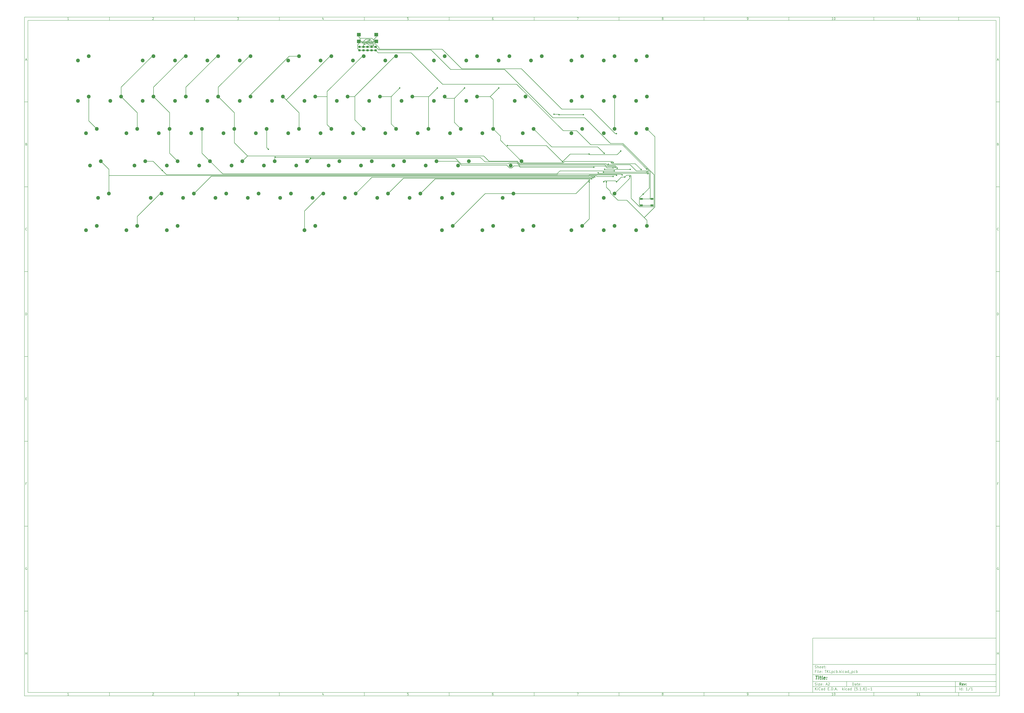
<source format=gbr>
%TF.GenerationSoftware,KiCad,Pcbnew,(5.1.6)-1*%
%TF.CreationDate,2020-07-25T19:19:23-04:00*%
%TF.ProjectId,TKLpcb,544b4c70-6362-42e6-9b69-6361645f7063,rev?*%
%TF.SameCoordinates,Original*%
%TF.FileFunction,Copper,L1,Top*%
%TF.FilePolarity,Positive*%
%FSLAX46Y46*%
G04 Gerber Fmt 4.6, Leading zero omitted, Abs format (unit mm)*
G04 Created by KiCad (PCBNEW (5.1.6)-1) date 2020-07-25 19:19:23*
%MOMM*%
%LPD*%
G01*
G04 APERTURE LIST*
%ADD10C,0.100000*%
%ADD11C,0.150000*%
%ADD12C,0.300000*%
%ADD13C,0.400000*%
%TA.AperFunction,SMDPad,CuDef*%
%ADD14R,1.700000X1.000000*%
%TD*%
%TA.AperFunction,ComponentPad*%
%ADD15C,2.200000*%
%TD*%
%TA.AperFunction,ComponentPad*%
%ADD16C,2.250000*%
%TD*%
%TA.AperFunction,SMDPad,CuDef*%
%ADD17R,2.180000X2.000000*%
%TD*%
%TA.AperFunction,SMDPad,CuDef*%
%ADD18R,0.300000X1.150000*%
%TD*%
%TA.AperFunction,SMDPad,CuDef*%
%ADD19R,0.600000X1.150000*%
%TD*%
%TA.AperFunction,ViaPad*%
%ADD20C,0.800000*%
%TD*%
%TA.AperFunction,Conductor*%
%ADD21C,0.250000*%
%TD*%
G04 APERTURE END LIST*
D10*
D11*
X474004400Y-375989000D02*
X474004400Y-407989000D01*
X582004400Y-407989000D01*
X582004400Y-375989000D01*
X474004400Y-375989000D01*
D10*
D11*
X10000000Y-10000000D02*
X10000000Y-409989000D01*
X584004400Y-409989000D01*
X584004400Y-10000000D01*
X10000000Y-10000000D01*
D10*
D11*
X12000000Y-12000000D02*
X12000000Y-407989000D01*
X582004400Y-407989000D01*
X582004400Y-12000000D01*
X12000000Y-12000000D01*
D10*
D11*
X60000000Y-12000000D02*
X60000000Y-10000000D01*
D10*
D11*
X110000000Y-12000000D02*
X110000000Y-10000000D01*
D10*
D11*
X160000000Y-12000000D02*
X160000000Y-10000000D01*
D10*
D11*
X210000000Y-12000000D02*
X210000000Y-10000000D01*
D10*
D11*
X260000000Y-12000000D02*
X260000000Y-10000000D01*
D10*
D11*
X310000000Y-12000000D02*
X310000000Y-10000000D01*
D10*
D11*
X360000000Y-12000000D02*
X360000000Y-10000000D01*
D10*
D11*
X410000000Y-12000000D02*
X410000000Y-10000000D01*
D10*
D11*
X460000000Y-12000000D02*
X460000000Y-10000000D01*
D10*
D11*
X510000000Y-12000000D02*
X510000000Y-10000000D01*
D10*
D11*
X560000000Y-12000000D02*
X560000000Y-10000000D01*
D10*
D11*
X36065476Y-11588095D02*
X35322619Y-11588095D01*
X35694047Y-11588095D02*
X35694047Y-10288095D01*
X35570238Y-10473809D01*
X35446428Y-10597619D01*
X35322619Y-10659523D01*
D10*
D11*
X85322619Y-10411904D02*
X85384523Y-10350000D01*
X85508333Y-10288095D01*
X85817857Y-10288095D01*
X85941666Y-10350000D01*
X86003571Y-10411904D01*
X86065476Y-10535714D01*
X86065476Y-10659523D01*
X86003571Y-10845238D01*
X85260714Y-11588095D01*
X86065476Y-11588095D01*
D10*
D11*
X135260714Y-10288095D02*
X136065476Y-10288095D01*
X135632142Y-10783333D01*
X135817857Y-10783333D01*
X135941666Y-10845238D01*
X136003571Y-10907142D01*
X136065476Y-11030952D01*
X136065476Y-11340476D01*
X136003571Y-11464285D01*
X135941666Y-11526190D01*
X135817857Y-11588095D01*
X135446428Y-11588095D01*
X135322619Y-11526190D01*
X135260714Y-11464285D01*
D10*
D11*
X185941666Y-10721428D02*
X185941666Y-11588095D01*
X185632142Y-10226190D02*
X185322619Y-11154761D01*
X186127380Y-11154761D01*
D10*
D11*
X236003571Y-10288095D02*
X235384523Y-10288095D01*
X235322619Y-10907142D01*
X235384523Y-10845238D01*
X235508333Y-10783333D01*
X235817857Y-10783333D01*
X235941666Y-10845238D01*
X236003571Y-10907142D01*
X236065476Y-11030952D01*
X236065476Y-11340476D01*
X236003571Y-11464285D01*
X235941666Y-11526190D01*
X235817857Y-11588095D01*
X235508333Y-11588095D01*
X235384523Y-11526190D01*
X235322619Y-11464285D01*
D10*
D11*
X285941666Y-10288095D02*
X285694047Y-10288095D01*
X285570238Y-10350000D01*
X285508333Y-10411904D01*
X285384523Y-10597619D01*
X285322619Y-10845238D01*
X285322619Y-11340476D01*
X285384523Y-11464285D01*
X285446428Y-11526190D01*
X285570238Y-11588095D01*
X285817857Y-11588095D01*
X285941666Y-11526190D01*
X286003571Y-11464285D01*
X286065476Y-11340476D01*
X286065476Y-11030952D01*
X286003571Y-10907142D01*
X285941666Y-10845238D01*
X285817857Y-10783333D01*
X285570238Y-10783333D01*
X285446428Y-10845238D01*
X285384523Y-10907142D01*
X285322619Y-11030952D01*
D10*
D11*
X335260714Y-10288095D02*
X336127380Y-10288095D01*
X335570238Y-11588095D01*
D10*
D11*
X385570238Y-10845238D02*
X385446428Y-10783333D01*
X385384523Y-10721428D01*
X385322619Y-10597619D01*
X385322619Y-10535714D01*
X385384523Y-10411904D01*
X385446428Y-10350000D01*
X385570238Y-10288095D01*
X385817857Y-10288095D01*
X385941666Y-10350000D01*
X386003571Y-10411904D01*
X386065476Y-10535714D01*
X386065476Y-10597619D01*
X386003571Y-10721428D01*
X385941666Y-10783333D01*
X385817857Y-10845238D01*
X385570238Y-10845238D01*
X385446428Y-10907142D01*
X385384523Y-10969047D01*
X385322619Y-11092857D01*
X385322619Y-11340476D01*
X385384523Y-11464285D01*
X385446428Y-11526190D01*
X385570238Y-11588095D01*
X385817857Y-11588095D01*
X385941666Y-11526190D01*
X386003571Y-11464285D01*
X386065476Y-11340476D01*
X386065476Y-11092857D01*
X386003571Y-10969047D01*
X385941666Y-10907142D01*
X385817857Y-10845238D01*
D10*
D11*
X435446428Y-11588095D02*
X435694047Y-11588095D01*
X435817857Y-11526190D01*
X435879761Y-11464285D01*
X436003571Y-11278571D01*
X436065476Y-11030952D01*
X436065476Y-10535714D01*
X436003571Y-10411904D01*
X435941666Y-10350000D01*
X435817857Y-10288095D01*
X435570238Y-10288095D01*
X435446428Y-10350000D01*
X435384523Y-10411904D01*
X435322619Y-10535714D01*
X435322619Y-10845238D01*
X435384523Y-10969047D01*
X435446428Y-11030952D01*
X435570238Y-11092857D01*
X435817857Y-11092857D01*
X435941666Y-11030952D01*
X436003571Y-10969047D01*
X436065476Y-10845238D01*
D10*
D11*
X486065476Y-11588095D02*
X485322619Y-11588095D01*
X485694047Y-11588095D02*
X485694047Y-10288095D01*
X485570238Y-10473809D01*
X485446428Y-10597619D01*
X485322619Y-10659523D01*
X486870238Y-10288095D02*
X486994047Y-10288095D01*
X487117857Y-10350000D01*
X487179761Y-10411904D01*
X487241666Y-10535714D01*
X487303571Y-10783333D01*
X487303571Y-11092857D01*
X487241666Y-11340476D01*
X487179761Y-11464285D01*
X487117857Y-11526190D01*
X486994047Y-11588095D01*
X486870238Y-11588095D01*
X486746428Y-11526190D01*
X486684523Y-11464285D01*
X486622619Y-11340476D01*
X486560714Y-11092857D01*
X486560714Y-10783333D01*
X486622619Y-10535714D01*
X486684523Y-10411904D01*
X486746428Y-10350000D01*
X486870238Y-10288095D01*
D10*
D11*
X536065476Y-11588095D02*
X535322619Y-11588095D01*
X535694047Y-11588095D02*
X535694047Y-10288095D01*
X535570238Y-10473809D01*
X535446428Y-10597619D01*
X535322619Y-10659523D01*
X537303571Y-11588095D02*
X536560714Y-11588095D01*
X536932142Y-11588095D02*
X536932142Y-10288095D01*
X536808333Y-10473809D01*
X536684523Y-10597619D01*
X536560714Y-10659523D01*
D10*
D11*
X60000000Y-407989000D02*
X60000000Y-409989000D01*
D10*
D11*
X110000000Y-407989000D02*
X110000000Y-409989000D01*
D10*
D11*
X160000000Y-407989000D02*
X160000000Y-409989000D01*
D10*
D11*
X210000000Y-407989000D02*
X210000000Y-409989000D01*
D10*
D11*
X260000000Y-407989000D02*
X260000000Y-409989000D01*
D10*
D11*
X310000000Y-407989000D02*
X310000000Y-409989000D01*
D10*
D11*
X360000000Y-407989000D02*
X360000000Y-409989000D01*
D10*
D11*
X410000000Y-407989000D02*
X410000000Y-409989000D01*
D10*
D11*
X460000000Y-407989000D02*
X460000000Y-409989000D01*
D10*
D11*
X510000000Y-407989000D02*
X510000000Y-409989000D01*
D10*
D11*
X560000000Y-407989000D02*
X560000000Y-409989000D01*
D10*
D11*
X36065476Y-409577095D02*
X35322619Y-409577095D01*
X35694047Y-409577095D02*
X35694047Y-408277095D01*
X35570238Y-408462809D01*
X35446428Y-408586619D01*
X35322619Y-408648523D01*
D10*
D11*
X85322619Y-408400904D02*
X85384523Y-408339000D01*
X85508333Y-408277095D01*
X85817857Y-408277095D01*
X85941666Y-408339000D01*
X86003571Y-408400904D01*
X86065476Y-408524714D01*
X86065476Y-408648523D01*
X86003571Y-408834238D01*
X85260714Y-409577095D01*
X86065476Y-409577095D01*
D10*
D11*
X135260714Y-408277095D02*
X136065476Y-408277095D01*
X135632142Y-408772333D01*
X135817857Y-408772333D01*
X135941666Y-408834238D01*
X136003571Y-408896142D01*
X136065476Y-409019952D01*
X136065476Y-409329476D01*
X136003571Y-409453285D01*
X135941666Y-409515190D01*
X135817857Y-409577095D01*
X135446428Y-409577095D01*
X135322619Y-409515190D01*
X135260714Y-409453285D01*
D10*
D11*
X185941666Y-408710428D02*
X185941666Y-409577095D01*
X185632142Y-408215190D02*
X185322619Y-409143761D01*
X186127380Y-409143761D01*
D10*
D11*
X236003571Y-408277095D02*
X235384523Y-408277095D01*
X235322619Y-408896142D01*
X235384523Y-408834238D01*
X235508333Y-408772333D01*
X235817857Y-408772333D01*
X235941666Y-408834238D01*
X236003571Y-408896142D01*
X236065476Y-409019952D01*
X236065476Y-409329476D01*
X236003571Y-409453285D01*
X235941666Y-409515190D01*
X235817857Y-409577095D01*
X235508333Y-409577095D01*
X235384523Y-409515190D01*
X235322619Y-409453285D01*
D10*
D11*
X285941666Y-408277095D02*
X285694047Y-408277095D01*
X285570238Y-408339000D01*
X285508333Y-408400904D01*
X285384523Y-408586619D01*
X285322619Y-408834238D01*
X285322619Y-409329476D01*
X285384523Y-409453285D01*
X285446428Y-409515190D01*
X285570238Y-409577095D01*
X285817857Y-409577095D01*
X285941666Y-409515190D01*
X286003571Y-409453285D01*
X286065476Y-409329476D01*
X286065476Y-409019952D01*
X286003571Y-408896142D01*
X285941666Y-408834238D01*
X285817857Y-408772333D01*
X285570238Y-408772333D01*
X285446428Y-408834238D01*
X285384523Y-408896142D01*
X285322619Y-409019952D01*
D10*
D11*
X335260714Y-408277095D02*
X336127380Y-408277095D01*
X335570238Y-409577095D01*
D10*
D11*
X385570238Y-408834238D02*
X385446428Y-408772333D01*
X385384523Y-408710428D01*
X385322619Y-408586619D01*
X385322619Y-408524714D01*
X385384523Y-408400904D01*
X385446428Y-408339000D01*
X385570238Y-408277095D01*
X385817857Y-408277095D01*
X385941666Y-408339000D01*
X386003571Y-408400904D01*
X386065476Y-408524714D01*
X386065476Y-408586619D01*
X386003571Y-408710428D01*
X385941666Y-408772333D01*
X385817857Y-408834238D01*
X385570238Y-408834238D01*
X385446428Y-408896142D01*
X385384523Y-408958047D01*
X385322619Y-409081857D01*
X385322619Y-409329476D01*
X385384523Y-409453285D01*
X385446428Y-409515190D01*
X385570238Y-409577095D01*
X385817857Y-409577095D01*
X385941666Y-409515190D01*
X386003571Y-409453285D01*
X386065476Y-409329476D01*
X386065476Y-409081857D01*
X386003571Y-408958047D01*
X385941666Y-408896142D01*
X385817857Y-408834238D01*
D10*
D11*
X435446428Y-409577095D02*
X435694047Y-409577095D01*
X435817857Y-409515190D01*
X435879761Y-409453285D01*
X436003571Y-409267571D01*
X436065476Y-409019952D01*
X436065476Y-408524714D01*
X436003571Y-408400904D01*
X435941666Y-408339000D01*
X435817857Y-408277095D01*
X435570238Y-408277095D01*
X435446428Y-408339000D01*
X435384523Y-408400904D01*
X435322619Y-408524714D01*
X435322619Y-408834238D01*
X435384523Y-408958047D01*
X435446428Y-409019952D01*
X435570238Y-409081857D01*
X435817857Y-409081857D01*
X435941666Y-409019952D01*
X436003571Y-408958047D01*
X436065476Y-408834238D01*
D10*
D11*
X486065476Y-409577095D02*
X485322619Y-409577095D01*
X485694047Y-409577095D02*
X485694047Y-408277095D01*
X485570238Y-408462809D01*
X485446428Y-408586619D01*
X485322619Y-408648523D01*
X486870238Y-408277095D02*
X486994047Y-408277095D01*
X487117857Y-408339000D01*
X487179761Y-408400904D01*
X487241666Y-408524714D01*
X487303571Y-408772333D01*
X487303571Y-409081857D01*
X487241666Y-409329476D01*
X487179761Y-409453285D01*
X487117857Y-409515190D01*
X486994047Y-409577095D01*
X486870238Y-409577095D01*
X486746428Y-409515190D01*
X486684523Y-409453285D01*
X486622619Y-409329476D01*
X486560714Y-409081857D01*
X486560714Y-408772333D01*
X486622619Y-408524714D01*
X486684523Y-408400904D01*
X486746428Y-408339000D01*
X486870238Y-408277095D01*
D10*
D11*
X536065476Y-409577095D02*
X535322619Y-409577095D01*
X535694047Y-409577095D02*
X535694047Y-408277095D01*
X535570238Y-408462809D01*
X535446428Y-408586619D01*
X535322619Y-408648523D01*
X537303571Y-409577095D02*
X536560714Y-409577095D01*
X536932142Y-409577095D02*
X536932142Y-408277095D01*
X536808333Y-408462809D01*
X536684523Y-408586619D01*
X536560714Y-408648523D01*
D10*
D11*
X10000000Y-60000000D02*
X12000000Y-60000000D01*
D10*
D11*
X10000000Y-110000000D02*
X12000000Y-110000000D01*
D10*
D11*
X10000000Y-160000000D02*
X12000000Y-160000000D01*
D10*
D11*
X10000000Y-210000000D02*
X12000000Y-210000000D01*
D10*
D11*
X10000000Y-260000000D02*
X12000000Y-260000000D01*
D10*
D11*
X10000000Y-310000000D02*
X12000000Y-310000000D01*
D10*
D11*
X10000000Y-360000000D02*
X12000000Y-360000000D01*
D10*
D11*
X10690476Y-35216666D02*
X11309523Y-35216666D01*
X10566666Y-35588095D02*
X11000000Y-34288095D01*
X11433333Y-35588095D01*
D10*
D11*
X11092857Y-84907142D02*
X11278571Y-84969047D01*
X11340476Y-85030952D01*
X11402380Y-85154761D01*
X11402380Y-85340476D01*
X11340476Y-85464285D01*
X11278571Y-85526190D01*
X11154761Y-85588095D01*
X10659523Y-85588095D01*
X10659523Y-84288095D01*
X11092857Y-84288095D01*
X11216666Y-84350000D01*
X11278571Y-84411904D01*
X11340476Y-84535714D01*
X11340476Y-84659523D01*
X11278571Y-84783333D01*
X11216666Y-84845238D01*
X11092857Y-84907142D01*
X10659523Y-84907142D01*
D10*
D11*
X11402380Y-135464285D02*
X11340476Y-135526190D01*
X11154761Y-135588095D01*
X11030952Y-135588095D01*
X10845238Y-135526190D01*
X10721428Y-135402380D01*
X10659523Y-135278571D01*
X10597619Y-135030952D01*
X10597619Y-134845238D01*
X10659523Y-134597619D01*
X10721428Y-134473809D01*
X10845238Y-134350000D01*
X11030952Y-134288095D01*
X11154761Y-134288095D01*
X11340476Y-134350000D01*
X11402380Y-134411904D01*
D10*
D11*
X10659523Y-185588095D02*
X10659523Y-184288095D01*
X10969047Y-184288095D01*
X11154761Y-184350000D01*
X11278571Y-184473809D01*
X11340476Y-184597619D01*
X11402380Y-184845238D01*
X11402380Y-185030952D01*
X11340476Y-185278571D01*
X11278571Y-185402380D01*
X11154761Y-185526190D01*
X10969047Y-185588095D01*
X10659523Y-185588095D01*
D10*
D11*
X10721428Y-234907142D02*
X11154761Y-234907142D01*
X11340476Y-235588095D02*
X10721428Y-235588095D01*
X10721428Y-234288095D01*
X11340476Y-234288095D01*
D10*
D11*
X11185714Y-284907142D02*
X10752380Y-284907142D01*
X10752380Y-285588095D02*
X10752380Y-284288095D01*
X11371428Y-284288095D01*
D10*
D11*
X11340476Y-334350000D02*
X11216666Y-334288095D01*
X11030952Y-334288095D01*
X10845238Y-334350000D01*
X10721428Y-334473809D01*
X10659523Y-334597619D01*
X10597619Y-334845238D01*
X10597619Y-335030952D01*
X10659523Y-335278571D01*
X10721428Y-335402380D01*
X10845238Y-335526190D01*
X11030952Y-335588095D01*
X11154761Y-335588095D01*
X11340476Y-335526190D01*
X11402380Y-335464285D01*
X11402380Y-335030952D01*
X11154761Y-335030952D01*
D10*
D11*
X10628571Y-385588095D02*
X10628571Y-384288095D01*
X10628571Y-384907142D02*
X11371428Y-384907142D01*
X11371428Y-385588095D02*
X11371428Y-384288095D01*
D10*
D11*
X584004400Y-60000000D02*
X582004400Y-60000000D01*
D10*
D11*
X584004400Y-110000000D02*
X582004400Y-110000000D01*
D10*
D11*
X584004400Y-160000000D02*
X582004400Y-160000000D01*
D10*
D11*
X584004400Y-210000000D02*
X582004400Y-210000000D01*
D10*
D11*
X584004400Y-260000000D02*
X582004400Y-260000000D01*
D10*
D11*
X584004400Y-310000000D02*
X582004400Y-310000000D01*
D10*
D11*
X584004400Y-360000000D02*
X582004400Y-360000000D01*
D10*
D11*
X582694876Y-35216666D02*
X583313923Y-35216666D01*
X582571066Y-35588095D02*
X583004400Y-34288095D01*
X583437733Y-35588095D01*
D10*
D11*
X583097257Y-84907142D02*
X583282971Y-84969047D01*
X583344876Y-85030952D01*
X583406780Y-85154761D01*
X583406780Y-85340476D01*
X583344876Y-85464285D01*
X583282971Y-85526190D01*
X583159161Y-85588095D01*
X582663923Y-85588095D01*
X582663923Y-84288095D01*
X583097257Y-84288095D01*
X583221066Y-84350000D01*
X583282971Y-84411904D01*
X583344876Y-84535714D01*
X583344876Y-84659523D01*
X583282971Y-84783333D01*
X583221066Y-84845238D01*
X583097257Y-84907142D01*
X582663923Y-84907142D01*
D10*
D11*
X583406780Y-135464285D02*
X583344876Y-135526190D01*
X583159161Y-135588095D01*
X583035352Y-135588095D01*
X582849638Y-135526190D01*
X582725828Y-135402380D01*
X582663923Y-135278571D01*
X582602019Y-135030952D01*
X582602019Y-134845238D01*
X582663923Y-134597619D01*
X582725828Y-134473809D01*
X582849638Y-134350000D01*
X583035352Y-134288095D01*
X583159161Y-134288095D01*
X583344876Y-134350000D01*
X583406780Y-134411904D01*
D10*
D11*
X582663923Y-185588095D02*
X582663923Y-184288095D01*
X582973447Y-184288095D01*
X583159161Y-184350000D01*
X583282971Y-184473809D01*
X583344876Y-184597619D01*
X583406780Y-184845238D01*
X583406780Y-185030952D01*
X583344876Y-185278571D01*
X583282971Y-185402380D01*
X583159161Y-185526190D01*
X582973447Y-185588095D01*
X582663923Y-185588095D01*
D10*
D11*
X582725828Y-234907142D02*
X583159161Y-234907142D01*
X583344876Y-235588095D02*
X582725828Y-235588095D01*
X582725828Y-234288095D01*
X583344876Y-234288095D01*
D10*
D11*
X583190114Y-284907142D02*
X582756780Y-284907142D01*
X582756780Y-285588095D02*
X582756780Y-284288095D01*
X583375828Y-284288095D01*
D10*
D11*
X583344876Y-334350000D02*
X583221066Y-334288095D01*
X583035352Y-334288095D01*
X582849638Y-334350000D01*
X582725828Y-334473809D01*
X582663923Y-334597619D01*
X582602019Y-334845238D01*
X582602019Y-335030952D01*
X582663923Y-335278571D01*
X582725828Y-335402380D01*
X582849638Y-335526190D01*
X583035352Y-335588095D01*
X583159161Y-335588095D01*
X583344876Y-335526190D01*
X583406780Y-335464285D01*
X583406780Y-335030952D01*
X583159161Y-335030952D01*
D10*
D11*
X582632971Y-385588095D02*
X582632971Y-384288095D01*
X582632971Y-384907142D02*
X583375828Y-384907142D01*
X583375828Y-385588095D02*
X583375828Y-384288095D01*
D10*
D11*
X497436542Y-403767571D02*
X497436542Y-402267571D01*
X497793685Y-402267571D01*
X498007971Y-402339000D01*
X498150828Y-402481857D01*
X498222257Y-402624714D01*
X498293685Y-402910428D01*
X498293685Y-403124714D01*
X498222257Y-403410428D01*
X498150828Y-403553285D01*
X498007971Y-403696142D01*
X497793685Y-403767571D01*
X497436542Y-403767571D01*
X499579400Y-403767571D02*
X499579400Y-402981857D01*
X499507971Y-402839000D01*
X499365114Y-402767571D01*
X499079400Y-402767571D01*
X498936542Y-402839000D01*
X499579400Y-403696142D02*
X499436542Y-403767571D01*
X499079400Y-403767571D01*
X498936542Y-403696142D01*
X498865114Y-403553285D01*
X498865114Y-403410428D01*
X498936542Y-403267571D01*
X499079400Y-403196142D01*
X499436542Y-403196142D01*
X499579400Y-403124714D01*
X500079400Y-402767571D02*
X500650828Y-402767571D01*
X500293685Y-402267571D02*
X500293685Y-403553285D01*
X500365114Y-403696142D01*
X500507971Y-403767571D01*
X500650828Y-403767571D01*
X501722257Y-403696142D02*
X501579400Y-403767571D01*
X501293685Y-403767571D01*
X501150828Y-403696142D01*
X501079400Y-403553285D01*
X501079400Y-402981857D01*
X501150828Y-402839000D01*
X501293685Y-402767571D01*
X501579400Y-402767571D01*
X501722257Y-402839000D01*
X501793685Y-402981857D01*
X501793685Y-403124714D01*
X501079400Y-403267571D01*
X502436542Y-403624714D02*
X502507971Y-403696142D01*
X502436542Y-403767571D01*
X502365114Y-403696142D01*
X502436542Y-403624714D01*
X502436542Y-403767571D01*
X502436542Y-402839000D02*
X502507971Y-402910428D01*
X502436542Y-402981857D01*
X502365114Y-402910428D01*
X502436542Y-402839000D01*
X502436542Y-402981857D01*
D10*
D11*
X474004400Y-404489000D02*
X582004400Y-404489000D01*
D10*
D11*
X475436542Y-406567571D02*
X475436542Y-405067571D01*
X476293685Y-406567571D02*
X475650828Y-405710428D01*
X476293685Y-405067571D02*
X475436542Y-405924714D01*
X476936542Y-406567571D02*
X476936542Y-405567571D01*
X476936542Y-405067571D02*
X476865114Y-405139000D01*
X476936542Y-405210428D01*
X477007971Y-405139000D01*
X476936542Y-405067571D01*
X476936542Y-405210428D01*
X478507971Y-406424714D02*
X478436542Y-406496142D01*
X478222257Y-406567571D01*
X478079400Y-406567571D01*
X477865114Y-406496142D01*
X477722257Y-406353285D01*
X477650828Y-406210428D01*
X477579400Y-405924714D01*
X477579400Y-405710428D01*
X477650828Y-405424714D01*
X477722257Y-405281857D01*
X477865114Y-405139000D01*
X478079400Y-405067571D01*
X478222257Y-405067571D01*
X478436542Y-405139000D01*
X478507971Y-405210428D01*
X479793685Y-406567571D02*
X479793685Y-405781857D01*
X479722257Y-405639000D01*
X479579400Y-405567571D01*
X479293685Y-405567571D01*
X479150828Y-405639000D01*
X479793685Y-406496142D02*
X479650828Y-406567571D01*
X479293685Y-406567571D01*
X479150828Y-406496142D01*
X479079400Y-406353285D01*
X479079400Y-406210428D01*
X479150828Y-406067571D01*
X479293685Y-405996142D01*
X479650828Y-405996142D01*
X479793685Y-405924714D01*
X481150828Y-406567571D02*
X481150828Y-405067571D01*
X481150828Y-406496142D02*
X481007971Y-406567571D01*
X480722257Y-406567571D01*
X480579400Y-406496142D01*
X480507971Y-406424714D01*
X480436542Y-406281857D01*
X480436542Y-405853285D01*
X480507971Y-405710428D01*
X480579400Y-405639000D01*
X480722257Y-405567571D01*
X481007971Y-405567571D01*
X481150828Y-405639000D01*
X483007971Y-405781857D02*
X483507971Y-405781857D01*
X483722257Y-406567571D02*
X483007971Y-406567571D01*
X483007971Y-405067571D01*
X483722257Y-405067571D01*
X484365114Y-406424714D02*
X484436542Y-406496142D01*
X484365114Y-406567571D01*
X484293685Y-406496142D01*
X484365114Y-406424714D01*
X484365114Y-406567571D01*
X485079400Y-406567571D02*
X485079400Y-405067571D01*
X485436542Y-405067571D01*
X485650828Y-405139000D01*
X485793685Y-405281857D01*
X485865114Y-405424714D01*
X485936542Y-405710428D01*
X485936542Y-405924714D01*
X485865114Y-406210428D01*
X485793685Y-406353285D01*
X485650828Y-406496142D01*
X485436542Y-406567571D01*
X485079400Y-406567571D01*
X486579400Y-406424714D02*
X486650828Y-406496142D01*
X486579400Y-406567571D01*
X486507971Y-406496142D01*
X486579400Y-406424714D01*
X486579400Y-406567571D01*
X487222257Y-406139000D02*
X487936542Y-406139000D01*
X487079400Y-406567571D02*
X487579400Y-405067571D01*
X488079400Y-406567571D01*
X488579400Y-406424714D02*
X488650828Y-406496142D01*
X488579400Y-406567571D01*
X488507971Y-406496142D01*
X488579400Y-406424714D01*
X488579400Y-406567571D01*
X491579400Y-406567571D02*
X491579400Y-405067571D01*
X491722257Y-405996142D02*
X492150828Y-406567571D01*
X492150828Y-405567571D02*
X491579400Y-406139000D01*
X492793685Y-406567571D02*
X492793685Y-405567571D01*
X492793685Y-405067571D02*
X492722257Y-405139000D01*
X492793685Y-405210428D01*
X492865114Y-405139000D01*
X492793685Y-405067571D01*
X492793685Y-405210428D01*
X494150828Y-406496142D02*
X494007971Y-406567571D01*
X493722257Y-406567571D01*
X493579400Y-406496142D01*
X493507971Y-406424714D01*
X493436542Y-406281857D01*
X493436542Y-405853285D01*
X493507971Y-405710428D01*
X493579400Y-405639000D01*
X493722257Y-405567571D01*
X494007971Y-405567571D01*
X494150828Y-405639000D01*
X495436542Y-406567571D02*
X495436542Y-405781857D01*
X495365114Y-405639000D01*
X495222257Y-405567571D01*
X494936542Y-405567571D01*
X494793685Y-405639000D01*
X495436542Y-406496142D02*
X495293685Y-406567571D01*
X494936542Y-406567571D01*
X494793685Y-406496142D01*
X494722257Y-406353285D01*
X494722257Y-406210428D01*
X494793685Y-406067571D01*
X494936542Y-405996142D01*
X495293685Y-405996142D01*
X495436542Y-405924714D01*
X496793685Y-406567571D02*
X496793685Y-405067571D01*
X496793685Y-406496142D02*
X496650828Y-406567571D01*
X496365114Y-406567571D01*
X496222257Y-406496142D01*
X496150828Y-406424714D01*
X496079400Y-406281857D01*
X496079400Y-405853285D01*
X496150828Y-405710428D01*
X496222257Y-405639000D01*
X496365114Y-405567571D01*
X496650828Y-405567571D01*
X496793685Y-405639000D01*
X499079400Y-407139000D02*
X499007971Y-407067571D01*
X498865114Y-406853285D01*
X498793685Y-406710428D01*
X498722257Y-406496142D01*
X498650828Y-406139000D01*
X498650828Y-405853285D01*
X498722257Y-405496142D01*
X498793685Y-405281857D01*
X498865114Y-405139000D01*
X499007971Y-404924714D01*
X499079400Y-404853285D01*
X500365114Y-405067571D02*
X499650828Y-405067571D01*
X499579400Y-405781857D01*
X499650828Y-405710428D01*
X499793685Y-405639000D01*
X500150828Y-405639000D01*
X500293685Y-405710428D01*
X500365114Y-405781857D01*
X500436542Y-405924714D01*
X500436542Y-406281857D01*
X500365114Y-406424714D01*
X500293685Y-406496142D01*
X500150828Y-406567571D01*
X499793685Y-406567571D01*
X499650828Y-406496142D01*
X499579400Y-406424714D01*
X501079400Y-406424714D02*
X501150828Y-406496142D01*
X501079400Y-406567571D01*
X501007971Y-406496142D01*
X501079400Y-406424714D01*
X501079400Y-406567571D01*
X502579400Y-406567571D02*
X501722257Y-406567571D01*
X502150828Y-406567571D02*
X502150828Y-405067571D01*
X502007971Y-405281857D01*
X501865114Y-405424714D01*
X501722257Y-405496142D01*
X503222257Y-406424714D02*
X503293685Y-406496142D01*
X503222257Y-406567571D01*
X503150828Y-406496142D01*
X503222257Y-406424714D01*
X503222257Y-406567571D01*
X504579400Y-405067571D02*
X504293685Y-405067571D01*
X504150828Y-405139000D01*
X504079400Y-405210428D01*
X503936542Y-405424714D01*
X503865114Y-405710428D01*
X503865114Y-406281857D01*
X503936542Y-406424714D01*
X504007971Y-406496142D01*
X504150828Y-406567571D01*
X504436542Y-406567571D01*
X504579400Y-406496142D01*
X504650828Y-406424714D01*
X504722257Y-406281857D01*
X504722257Y-405924714D01*
X504650828Y-405781857D01*
X504579400Y-405710428D01*
X504436542Y-405639000D01*
X504150828Y-405639000D01*
X504007971Y-405710428D01*
X503936542Y-405781857D01*
X503865114Y-405924714D01*
X505222257Y-407139000D02*
X505293685Y-407067571D01*
X505436542Y-406853285D01*
X505507971Y-406710428D01*
X505579400Y-406496142D01*
X505650828Y-406139000D01*
X505650828Y-405853285D01*
X505579400Y-405496142D01*
X505507971Y-405281857D01*
X505436542Y-405139000D01*
X505293685Y-404924714D01*
X505222257Y-404853285D01*
X506365114Y-405996142D02*
X507507971Y-405996142D01*
X509007971Y-406567571D02*
X508150828Y-406567571D01*
X508579400Y-406567571D02*
X508579400Y-405067571D01*
X508436542Y-405281857D01*
X508293685Y-405424714D01*
X508150828Y-405496142D01*
D10*
D11*
X474004400Y-401489000D02*
X582004400Y-401489000D01*
D10*
D12*
X561413685Y-403767571D02*
X560913685Y-403053285D01*
X560556542Y-403767571D02*
X560556542Y-402267571D01*
X561127971Y-402267571D01*
X561270828Y-402339000D01*
X561342257Y-402410428D01*
X561413685Y-402553285D01*
X561413685Y-402767571D01*
X561342257Y-402910428D01*
X561270828Y-402981857D01*
X561127971Y-403053285D01*
X560556542Y-403053285D01*
X562627971Y-403696142D02*
X562485114Y-403767571D01*
X562199400Y-403767571D01*
X562056542Y-403696142D01*
X561985114Y-403553285D01*
X561985114Y-402981857D01*
X562056542Y-402839000D01*
X562199400Y-402767571D01*
X562485114Y-402767571D01*
X562627971Y-402839000D01*
X562699400Y-402981857D01*
X562699400Y-403124714D01*
X561985114Y-403267571D01*
X563199400Y-402767571D02*
X563556542Y-403767571D01*
X563913685Y-402767571D01*
X564485114Y-403624714D02*
X564556542Y-403696142D01*
X564485114Y-403767571D01*
X564413685Y-403696142D01*
X564485114Y-403624714D01*
X564485114Y-403767571D01*
X564485114Y-402839000D02*
X564556542Y-402910428D01*
X564485114Y-402981857D01*
X564413685Y-402910428D01*
X564485114Y-402839000D01*
X564485114Y-402981857D01*
D10*
D11*
X475365114Y-403696142D02*
X475579400Y-403767571D01*
X475936542Y-403767571D01*
X476079400Y-403696142D01*
X476150828Y-403624714D01*
X476222257Y-403481857D01*
X476222257Y-403339000D01*
X476150828Y-403196142D01*
X476079400Y-403124714D01*
X475936542Y-403053285D01*
X475650828Y-402981857D01*
X475507971Y-402910428D01*
X475436542Y-402839000D01*
X475365114Y-402696142D01*
X475365114Y-402553285D01*
X475436542Y-402410428D01*
X475507971Y-402339000D01*
X475650828Y-402267571D01*
X476007971Y-402267571D01*
X476222257Y-402339000D01*
X476865114Y-403767571D02*
X476865114Y-402767571D01*
X476865114Y-402267571D02*
X476793685Y-402339000D01*
X476865114Y-402410428D01*
X476936542Y-402339000D01*
X476865114Y-402267571D01*
X476865114Y-402410428D01*
X477436542Y-402767571D02*
X478222257Y-402767571D01*
X477436542Y-403767571D01*
X478222257Y-403767571D01*
X479365114Y-403696142D02*
X479222257Y-403767571D01*
X478936542Y-403767571D01*
X478793685Y-403696142D01*
X478722257Y-403553285D01*
X478722257Y-402981857D01*
X478793685Y-402839000D01*
X478936542Y-402767571D01*
X479222257Y-402767571D01*
X479365114Y-402839000D01*
X479436542Y-402981857D01*
X479436542Y-403124714D01*
X478722257Y-403267571D01*
X480079400Y-403624714D02*
X480150828Y-403696142D01*
X480079400Y-403767571D01*
X480007971Y-403696142D01*
X480079400Y-403624714D01*
X480079400Y-403767571D01*
X480079400Y-402839000D02*
X480150828Y-402910428D01*
X480079400Y-402981857D01*
X480007971Y-402910428D01*
X480079400Y-402839000D01*
X480079400Y-402981857D01*
X481865114Y-403339000D02*
X482579400Y-403339000D01*
X481722257Y-403767571D02*
X482222257Y-402267571D01*
X482722257Y-403767571D01*
X483150828Y-402410428D02*
X483222257Y-402339000D01*
X483365114Y-402267571D01*
X483722257Y-402267571D01*
X483865114Y-402339000D01*
X483936542Y-402410428D01*
X484007971Y-402553285D01*
X484007971Y-402696142D01*
X483936542Y-402910428D01*
X483079400Y-403767571D01*
X484007971Y-403767571D01*
D10*
D11*
X560436542Y-406567571D02*
X560436542Y-405067571D01*
X561793685Y-406567571D02*
X561793685Y-405067571D01*
X561793685Y-406496142D02*
X561650828Y-406567571D01*
X561365114Y-406567571D01*
X561222257Y-406496142D01*
X561150828Y-406424714D01*
X561079400Y-406281857D01*
X561079400Y-405853285D01*
X561150828Y-405710428D01*
X561222257Y-405639000D01*
X561365114Y-405567571D01*
X561650828Y-405567571D01*
X561793685Y-405639000D01*
X562507971Y-406424714D02*
X562579400Y-406496142D01*
X562507971Y-406567571D01*
X562436542Y-406496142D01*
X562507971Y-406424714D01*
X562507971Y-406567571D01*
X562507971Y-405639000D02*
X562579400Y-405710428D01*
X562507971Y-405781857D01*
X562436542Y-405710428D01*
X562507971Y-405639000D01*
X562507971Y-405781857D01*
X565150828Y-406567571D02*
X564293685Y-406567571D01*
X564722257Y-406567571D02*
X564722257Y-405067571D01*
X564579400Y-405281857D01*
X564436542Y-405424714D01*
X564293685Y-405496142D01*
X566865114Y-404996142D02*
X565579400Y-406924714D01*
X568150828Y-406567571D02*
X567293685Y-406567571D01*
X567722257Y-406567571D02*
X567722257Y-405067571D01*
X567579400Y-405281857D01*
X567436542Y-405424714D01*
X567293685Y-405496142D01*
D10*
D11*
X474004400Y-397489000D02*
X582004400Y-397489000D01*
D10*
D13*
X475716780Y-398193761D02*
X476859638Y-398193761D01*
X476038209Y-400193761D02*
X476288209Y-398193761D01*
X477276304Y-400193761D02*
X477442971Y-398860428D01*
X477526304Y-398193761D02*
X477419161Y-398289000D01*
X477502495Y-398384238D01*
X477609638Y-398289000D01*
X477526304Y-398193761D01*
X477502495Y-398384238D01*
X478109638Y-398860428D02*
X478871542Y-398860428D01*
X478478685Y-398193761D02*
X478264400Y-399908047D01*
X478335828Y-400098523D01*
X478514400Y-400193761D01*
X478704876Y-400193761D01*
X479657257Y-400193761D02*
X479478685Y-400098523D01*
X479407257Y-399908047D01*
X479621542Y-398193761D01*
X481192971Y-400098523D02*
X480990590Y-400193761D01*
X480609638Y-400193761D01*
X480431066Y-400098523D01*
X480359638Y-399908047D01*
X480454876Y-399146142D01*
X480573923Y-398955666D01*
X480776304Y-398860428D01*
X481157257Y-398860428D01*
X481335828Y-398955666D01*
X481407257Y-399146142D01*
X481383447Y-399336619D01*
X480407257Y-399527095D01*
X482157257Y-400003285D02*
X482240590Y-400098523D01*
X482133447Y-400193761D01*
X482050114Y-400098523D01*
X482157257Y-400003285D01*
X482133447Y-400193761D01*
X482288209Y-398955666D02*
X482371542Y-399050904D01*
X482264400Y-399146142D01*
X482181066Y-399050904D01*
X482288209Y-398955666D01*
X482264400Y-399146142D01*
D10*
D11*
X475936542Y-395581857D02*
X475436542Y-395581857D01*
X475436542Y-396367571D02*
X475436542Y-394867571D01*
X476150828Y-394867571D01*
X476722257Y-396367571D02*
X476722257Y-395367571D01*
X476722257Y-394867571D02*
X476650828Y-394939000D01*
X476722257Y-395010428D01*
X476793685Y-394939000D01*
X476722257Y-394867571D01*
X476722257Y-395010428D01*
X477650828Y-396367571D02*
X477507971Y-396296142D01*
X477436542Y-396153285D01*
X477436542Y-394867571D01*
X478793685Y-396296142D02*
X478650828Y-396367571D01*
X478365114Y-396367571D01*
X478222257Y-396296142D01*
X478150828Y-396153285D01*
X478150828Y-395581857D01*
X478222257Y-395439000D01*
X478365114Y-395367571D01*
X478650828Y-395367571D01*
X478793685Y-395439000D01*
X478865114Y-395581857D01*
X478865114Y-395724714D01*
X478150828Y-395867571D01*
X479507971Y-396224714D02*
X479579400Y-396296142D01*
X479507971Y-396367571D01*
X479436542Y-396296142D01*
X479507971Y-396224714D01*
X479507971Y-396367571D01*
X479507971Y-395439000D02*
X479579400Y-395510428D01*
X479507971Y-395581857D01*
X479436542Y-395510428D01*
X479507971Y-395439000D01*
X479507971Y-395581857D01*
X481150828Y-394867571D02*
X482007971Y-394867571D01*
X481579400Y-396367571D02*
X481579400Y-394867571D01*
X482507971Y-396367571D02*
X482507971Y-394867571D01*
X483365114Y-396367571D02*
X482722257Y-395510428D01*
X483365114Y-394867571D02*
X482507971Y-395724714D01*
X484722257Y-396367571D02*
X484007971Y-396367571D01*
X484007971Y-394867571D01*
X485222257Y-395367571D02*
X485222257Y-396867571D01*
X485222257Y-395439000D02*
X485365114Y-395367571D01*
X485650828Y-395367571D01*
X485793685Y-395439000D01*
X485865114Y-395510428D01*
X485936542Y-395653285D01*
X485936542Y-396081857D01*
X485865114Y-396224714D01*
X485793685Y-396296142D01*
X485650828Y-396367571D01*
X485365114Y-396367571D01*
X485222257Y-396296142D01*
X487222257Y-396296142D02*
X487079400Y-396367571D01*
X486793685Y-396367571D01*
X486650828Y-396296142D01*
X486579400Y-396224714D01*
X486507971Y-396081857D01*
X486507971Y-395653285D01*
X486579400Y-395510428D01*
X486650828Y-395439000D01*
X486793685Y-395367571D01*
X487079400Y-395367571D01*
X487222257Y-395439000D01*
X487865114Y-396367571D02*
X487865114Y-394867571D01*
X487865114Y-395439000D02*
X488007971Y-395367571D01*
X488293685Y-395367571D01*
X488436542Y-395439000D01*
X488507971Y-395510428D01*
X488579400Y-395653285D01*
X488579400Y-396081857D01*
X488507971Y-396224714D01*
X488436542Y-396296142D01*
X488293685Y-396367571D01*
X488007971Y-396367571D01*
X487865114Y-396296142D01*
X489222257Y-396224714D02*
X489293685Y-396296142D01*
X489222257Y-396367571D01*
X489150828Y-396296142D01*
X489222257Y-396224714D01*
X489222257Y-396367571D01*
X489936542Y-396367571D02*
X489936542Y-394867571D01*
X490079400Y-395796142D02*
X490507971Y-396367571D01*
X490507971Y-395367571D02*
X489936542Y-395939000D01*
X491150828Y-396367571D02*
X491150828Y-395367571D01*
X491150828Y-394867571D02*
X491079400Y-394939000D01*
X491150828Y-395010428D01*
X491222257Y-394939000D01*
X491150828Y-394867571D01*
X491150828Y-395010428D01*
X492507971Y-396296142D02*
X492365114Y-396367571D01*
X492079400Y-396367571D01*
X491936542Y-396296142D01*
X491865114Y-396224714D01*
X491793685Y-396081857D01*
X491793685Y-395653285D01*
X491865114Y-395510428D01*
X491936542Y-395439000D01*
X492079400Y-395367571D01*
X492365114Y-395367571D01*
X492507971Y-395439000D01*
X493793685Y-396367571D02*
X493793685Y-395581857D01*
X493722257Y-395439000D01*
X493579400Y-395367571D01*
X493293685Y-395367571D01*
X493150828Y-395439000D01*
X493793685Y-396296142D02*
X493650828Y-396367571D01*
X493293685Y-396367571D01*
X493150828Y-396296142D01*
X493079400Y-396153285D01*
X493079400Y-396010428D01*
X493150828Y-395867571D01*
X493293685Y-395796142D01*
X493650828Y-395796142D01*
X493793685Y-395724714D01*
X495150828Y-396367571D02*
X495150828Y-394867571D01*
X495150828Y-396296142D02*
X495007971Y-396367571D01*
X494722257Y-396367571D01*
X494579400Y-396296142D01*
X494507971Y-396224714D01*
X494436542Y-396081857D01*
X494436542Y-395653285D01*
X494507971Y-395510428D01*
X494579400Y-395439000D01*
X494722257Y-395367571D01*
X495007971Y-395367571D01*
X495150828Y-395439000D01*
X495507971Y-396510428D02*
X496650828Y-396510428D01*
X497007971Y-395367571D02*
X497007971Y-396867571D01*
X497007971Y-395439000D02*
X497150828Y-395367571D01*
X497436542Y-395367571D01*
X497579400Y-395439000D01*
X497650828Y-395510428D01*
X497722257Y-395653285D01*
X497722257Y-396081857D01*
X497650828Y-396224714D01*
X497579400Y-396296142D01*
X497436542Y-396367571D01*
X497150828Y-396367571D01*
X497007971Y-396296142D01*
X499007971Y-396296142D02*
X498865114Y-396367571D01*
X498579400Y-396367571D01*
X498436542Y-396296142D01*
X498365114Y-396224714D01*
X498293685Y-396081857D01*
X498293685Y-395653285D01*
X498365114Y-395510428D01*
X498436542Y-395439000D01*
X498579400Y-395367571D01*
X498865114Y-395367571D01*
X499007971Y-395439000D01*
X499650828Y-396367571D02*
X499650828Y-394867571D01*
X499650828Y-395439000D02*
X499793685Y-395367571D01*
X500079400Y-395367571D01*
X500222257Y-395439000D01*
X500293685Y-395510428D01*
X500365114Y-395653285D01*
X500365114Y-396081857D01*
X500293685Y-396224714D01*
X500222257Y-396296142D01*
X500079400Y-396367571D01*
X499793685Y-396367571D01*
X499650828Y-396296142D01*
D10*
D11*
X474004400Y-391489000D02*
X582004400Y-391489000D01*
D10*
D11*
X475365114Y-393596142D02*
X475579400Y-393667571D01*
X475936542Y-393667571D01*
X476079400Y-393596142D01*
X476150828Y-393524714D01*
X476222257Y-393381857D01*
X476222257Y-393239000D01*
X476150828Y-393096142D01*
X476079400Y-393024714D01*
X475936542Y-392953285D01*
X475650828Y-392881857D01*
X475507971Y-392810428D01*
X475436542Y-392739000D01*
X475365114Y-392596142D01*
X475365114Y-392453285D01*
X475436542Y-392310428D01*
X475507971Y-392239000D01*
X475650828Y-392167571D01*
X476007971Y-392167571D01*
X476222257Y-392239000D01*
X476865114Y-393667571D02*
X476865114Y-392167571D01*
X477507971Y-393667571D02*
X477507971Y-392881857D01*
X477436542Y-392739000D01*
X477293685Y-392667571D01*
X477079400Y-392667571D01*
X476936542Y-392739000D01*
X476865114Y-392810428D01*
X478793685Y-393596142D02*
X478650828Y-393667571D01*
X478365114Y-393667571D01*
X478222257Y-393596142D01*
X478150828Y-393453285D01*
X478150828Y-392881857D01*
X478222257Y-392739000D01*
X478365114Y-392667571D01*
X478650828Y-392667571D01*
X478793685Y-392739000D01*
X478865114Y-392881857D01*
X478865114Y-393024714D01*
X478150828Y-393167571D01*
X480079400Y-393596142D02*
X479936542Y-393667571D01*
X479650828Y-393667571D01*
X479507971Y-393596142D01*
X479436542Y-393453285D01*
X479436542Y-392881857D01*
X479507971Y-392739000D01*
X479650828Y-392667571D01*
X479936542Y-392667571D01*
X480079400Y-392739000D01*
X480150828Y-392881857D01*
X480150828Y-393024714D01*
X479436542Y-393167571D01*
X480579400Y-392667571D02*
X481150828Y-392667571D01*
X480793685Y-392167571D02*
X480793685Y-393453285D01*
X480865114Y-393596142D01*
X481007971Y-393667571D01*
X481150828Y-393667571D01*
X481650828Y-393524714D02*
X481722257Y-393596142D01*
X481650828Y-393667571D01*
X481579400Y-393596142D01*
X481650828Y-393524714D01*
X481650828Y-393667571D01*
X481650828Y-392739000D02*
X481722257Y-392810428D01*
X481650828Y-392881857D01*
X481579400Y-392810428D01*
X481650828Y-392739000D01*
X481650828Y-392881857D01*
D10*
D11*
X494004400Y-401489000D02*
X494004400Y-404489000D01*
D10*
D11*
X558004400Y-401489000D02*
X558004400Y-407989000D01*
D14*
%TO.P,SW1,2*%
%TO.N,Net-(R2-Pad1)*%
X379388000Y-120962000D03*
X373088000Y-120962000D03*
%TO.P,SW1,1*%
%TO.N,GND*%
X379388000Y-117162000D03*
X373088000Y-117162000D03*
%TD*%
D15*
%TO.P,K86,2*%
%TO.N,Net-(D86-Pad2)*%
X370046000Y-135572000D03*
%TO.P,K86,1*%
%TO.N,/col17*%
X376396000Y-133032000D03*
%TD*%
%TO.P,K85,2*%
%TO.N,Net-(D85-Pad2)*%
X350996000Y-135572000D03*
%TO.P,K85,1*%
%TO.N,/col16*%
X357346000Y-133032000D03*
%TD*%
%TO.P,K84,2*%
%TO.N,Net-(D84-Pad2)*%
X331946000Y-135572000D03*
%TO.P,K84,1*%
%TO.N,/col15*%
X338296000Y-133032000D03*
%TD*%
%TO.P,K83,2*%
%TO.N,Net-(D83-Pad2)*%
X303371000Y-135572000D03*
%TO.P,K83,1*%
%TO.N,/col14*%
X309721000Y-133032000D03*
%TD*%
%TO.P,K82,2*%
%TO.N,Net-(D82-Pad2)*%
X279559000Y-135572000D03*
%TO.P,K82,1*%
%TO.N,/col13*%
X285909000Y-133032000D03*
%TD*%
%TO.P,K81,2*%
%TO.N,Net-(D81-Pad2)*%
X255746000Y-135572000D03*
%TO.P,K81,1*%
%TO.N,/col12*%
X262096000Y-133032000D03*
%TD*%
D16*
%TO.P,K80,2*%
%TO.N,Net-(D80-Pad2)*%
X181134000Y-133032000D03*
%TO.P,K80,1*%
%TO.N,/matrix/col6*%
X174784000Y-135572000D03*
%TD*%
D15*
%TO.P,K79,2*%
%TO.N,Net-(D79-Pad2)*%
X93821000Y-135572000D03*
%TO.P,K79,1*%
%TO.N,/matrix/col2*%
X100171000Y-133032000D03*
%TD*%
%TO.P,K78,2*%
%TO.N,Net-(D78-Pad2)*%
X70008800Y-135572000D03*
%TO.P,K78,1*%
%TO.N,/matrix/col1*%
X76358800Y-133032000D03*
%TD*%
%TO.P,K77,2*%
%TO.N,Net-(D77-Pad2)*%
X46196200Y-135572000D03*
%TO.P,K77,1*%
%TO.N,/matrix/col0*%
X52546200Y-133032000D03*
%TD*%
%TO.P,K76,2*%
%TO.N,Net-(D76-Pad2)*%
X350996000Y-116522000D03*
%TO.P,K76,1*%
%TO.N,/col16*%
X357346000Y-113982000D03*
%TD*%
%TO.P,K75,2*%
%TO.N,Net-(D75-Pad2)*%
X291465000Y-116522000D03*
%TO.P,K75,1*%
%TO.N,/col12*%
X297815000Y-113982000D03*
%TD*%
%TO.P,K74,2*%
%TO.N,Net-(D74-Pad2)*%
X255746000Y-116522000D03*
%TO.P,K74,1*%
%TO.N,/col11*%
X262096000Y-113982000D03*
%TD*%
%TO.P,K73,2*%
%TO.N,Net-(D73-Pad2)*%
X236696000Y-116522000D03*
%TO.P,K73,1*%
%TO.N,/col10*%
X243046000Y-113982000D03*
%TD*%
%TO.P,K72,2*%
%TO.N,Net-(D72-Pad2)*%
X217646000Y-116522000D03*
%TO.P,K72,1*%
%TO.N,/col9*%
X223996000Y-113982000D03*
%TD*%
%TO.P,K71,2*%
%TO.N,Net-(D71-Pad2)*%
X198596000Y-116522000D03*
%TO.P,K71,1*%
%TO.N,/col7*%
X204946000Y-113982000D03*
%TD*%
%TO.P,K70,2*%
%TO.N,Net-(D70-Pad2)*%
X179546000Y-116522000D03*
%TO.P,K70,1*%
%TO.N,/matrix/col6*%
X185896000Y-113982000D03*
%TD*%
%TO.P,K69,2*%
%TO.N,Net-(D69-Pad2)*%
X160496000Y-116522000D03*
%TO.P,K69,1*%
%TO.N,/matrix/col5*%
X166846000Y-113982000D03*
%TD*%
%TO.P,K68,2*%
%TO.N,Net-(D68-Pad2)*%
X141446000Y-116522000D03*
%TO.P,K68,1*%
%TO.N,/matrix/col4*%
X147796000Y-113982000D03*
%TD*%
%TO.P,K67,2*%
%TO.N,Net-(D67-Pad2)*%
X122396000Y-116522000D03*
%TO.P,K67,1*%
%TO.N,/matrix/col3*%
X128746000Y-113982000D03*
%TD*%
%TO.P,K66,2*%
%TO.N,Net-(D66-Pad2)*%
X103346000Y-116522000D03*
%TO.P,K66,1*%
%TO.N,/matrix/col2*%
X109696000Y-113982000D03*
%TD*%
%TO.P,K65,2*%
%TO.N,Net-(D65-Pad2)*%
X84296200Y-116522000D03*
%TO.P,K65,1*%
%TO.N,/matrix/col1*%
X90646200Y-113982000D03*
%TD*%
%TO.P,K64,2*%
%TO.N,Net-(D64-Pad2)*%
X53340000Y-116522000D03*
%TO.P,K64,1*%
%TO.N,/matrix/col0*%
X59690000Y-113982000D03*
%TD*%
%TO.P,K63,2*%
%TO.N,Net-(D63-Pad2)*%
X296228000Y-97472500D03*
%TO.P,K63,1*%
%TO.N,/col13*%
X302578000Y-94932500D03*
%TD*%
%TO.P,K62,2*%
%TO.N,Net-(D62-Pad2)*%
X265271000Y-97472500D03*
%TO.P,K62,1*%
%TO.N,/col12*%
X271621000Y-94932500D03*
%TD*%
%TO.P,K61,2*%
%TO.N,Net-(D61-Pad2)*%
X246221000Y-97472500D03*
%TO.P,K61,1*%
%TO.N,/col11*%
X252571000Y-94932500D03*
%TD*%
%TO.P,K60,2*%
%TO.N,Net-(D60-Pad2)*%
X227171000Y-97472500D03*
%TO.P,K60,1*%
%TO.N,/col10*%
X233521000Y-94932500D03*
%TD*%
%TO.P,K59,2*%
%TO.N,Net-(D59-Pad2)*%
X208121000Y-97472500D03*
%TO.P,K59,1*%
%TO.N,/col9*%
X214471000Y-94932500D03*
%TD*%
%TO.P,K58,2*%
%TO.N,Net-(D58-Pad2)*%
X189071000Y-97472500D03*
%TO.P,K58,1*%
%TO.N,/col7*%
X195421000Y-94932500D03*
%TD*%
%TO.P,K57,2*%
%TO.N,Net-(D57-Pad2)*%
X170021000Y-97472500D03*
%TO.P,K57,1*%
%TO.N,/matrix/col6*%
X176371000Y-94932500D03*
%TD*%
%TO.P,K56,2*%
%TO.N,Net-(D56-Pad2)*%
X150971000Y-97472500D03*
%TO.P,K56,1*%
%TO.N,/matrix/col5*%
X157321000Y-94932500D03*
%TD*%
%TO.P,K55,2*%
%TO.N,Net-(D55-Pad2)*%
X131921000Y-97472500D03*
%TO.P,K55,1*%
%TO.N,/matrix/col4*%
X138271000Y-94932500D03*
%TD*%
%TO.P,K54,2*%
%TO.N,Net-(D54-Pad2)*%
X112871000Y-97472500D03*
%TO.P,K54,1*%
%TO.N,/matrix/col3*%
X119221000Y-94932500D03*
%TD*%
%TO.P,K53,2*%
%TO.N,Net-(D53-Pad2)*%
X93821000Y-97472500D03*
%TO.P,K53,1*%
%TO.N,/matrix/col2*%
X100171000Y-94932500D03*
%TD*%
%TO.P,K52,2*%
%TO.N,Net-(D52-Pad2)*%
X74771200Y-97472500D03*
%TO.P,K52,1*%
%TO.N,/matrix/col1*%
X81121200Y-94932500D03*
%TD*%
%TO.P,K51,2*%
%TO.N,Net-(D51-Pad2)*%
X48577500Y-97472500D03*
%TO.P,K51,1*%
%TO.N,/matrix/col0*%
X54927500Y-94932500D03*
%TD*%
%TO.P,K50,2*%
%TO.N,Net-(D50-Pad2)*%
X370046000Y-78422500D03*
%TO.P,K50,1*%
%TO.N,/col17*%
X376396000Y-75882500D03*
%TD*%
%TO.P,K49,2*%
%TO.N,Net-(D49-Pad2)*%
X350996000Y-78422500D03*
%TO.P,K49,1*%
%TO.N,/col16*%
X357346000Y-75882500D03*
%TD*%
%TO.P,K48,2*%
%TO.N,Net-(D48-Pad2)*%
X331946000Y-78422500D03*
%TO.P,K48,1*%
%TO.N,/col15*%
X338296000Y-75882500D03*
%TD*%
%TO.P,K47,2*%
%TO.N,Net-(D47-Pad2)*%
X303371000Y-78422500D03*
%TO.P,K47,1*%
%TO.N,/col14*%
X309721000Y-75882500D03*
%TD*%
%TO.P,K46,2*%
%TO.N,Net-(D46-Pad2)*%
X279559000Y-78422500D03*
%TO.P,K46,1*%
%TO.N,/col13*%
X285909000Y-75882500D03*
%TD*%
%TO.P,K45,2*%
%TO.N,Net-(D45-Pad2)*%
X260509000Y-78422500D03*
%TO.P,K45,1*%
%TO.N,/col12*%
X266859000Y-75882500D03*
%TD*%
%TO.P,K44,2*%
%TO.N,Net-(D44-Pad2)*%
X241459000Y-78422500D03*
%TO.P,K44,1*%
%TO.N,/col11*%
X247809000Y-75882500D03*
%TD*%
%TO.P,K43,2*%
%TO.N,Net-(D43-Pad2)*%
X222409000Y-78422500D03*
%TO.P,K43,1*%
%TO.N,/col10*%
X228759000Y-75882500D03*
%TD*%
%TO.P,K42,2*%
%TO.N,Net-(D42-Pad2)*%
X203359000Y-78422500D03*
%TO.P,K42,1*%
%TO.N,/col9*%
X209709000Y-75882500D03*
%TD*%
%TO.P,K41,2*%
%TO.N,Net-(D41-Pad2)*%
X184309000Y-78422500D03*
%TO.P,K41,1*%
%TO.N,/col7*%
X190659000Y-75882500D03*
%TD*%
%TO.P,K40,2*%
%TO.N,Net-(D40-Pad2)*%
X165259000Y-78422500D03*
%TO.P,K40,1*%
%TO.N,/matrix/col6*%
X171609000Y-75882500D03*
%TD*%
%TO.P,K39,2*%
%TO.N,Net-(D39-Pad2)*%
X146209000Y-78422500D03*
%TO.P,K39,1*%
%TO.N,/matrix/col5*%
X152559000Y-75882500D03*
%TD*%
%TO.P,K38,2*%
%TO.N,Net-(D38-Pad2)*%
X127159000Y-78422500D03*
%TO.P,K38,1*%
%TO.N,/matrix/col4*%
X133509000Y-75882500D03*
%TD*%
%TO.P,K37,2*%
%TO.N,Net-(D37-Pad2)*%
X108109000Y-78422500D03*
%TO.P,K37,1*%
%TO.N,/matrix/col3*%
X114459000Y-75882500D03*
%TD*%
%TO.P,K36,2*%
%TO.N,Net-(D36-Pad2)*%
X89058800Y-78422500D03*
%TO.P,K36,1*%
%TO.N,/matrix/col2*%
X95408800Y-75882500D03*
%TD*%
%TO.P,K35,2*%
%TO.N,Net-(D35-Pad2)*%
X70008800Y-78422500D03*
%TO.P,K35,1*%
%TO.N,/matrix/col1*%
X76358800Y-75882500D03*
%TD*%
%TO.P,K34,2*%
%TO.N,Net-(D34-Pad2)*%
X46196200Y-78422500D03*
%TO.P,K34,1*%
%TO.N,/matrix/col0*%
X52546200Y-75882500D03*
%TD*%
%TO.P,K33,2*%
%TO.N,Net-(D33-Pad2)*%
X370046000Y-59372500D03*
%TO.P,K33,1*%
%TO.N,/col17*%
X376396000Y-56832500D03*
%TD*%
%TO.P,K32,2*%
%TO.N,Net-(D32-Pad2)*%
X350996000Y-59372500D03*
%TO.P,K32,1*%
%TO.N,/col16*%
X357346000Y-56832500D03*
%TD*%
%TO.P,K31,2*%
%TO.N,Net-(D31-Pad2)*%
X331946000Y-59372500D03*
%TO.P,K31,1*%
%TO.N,/col15*%
X338296000Y-56832500D03*
%TD*%
%TO.P,K30,2*%
%TO.N,Net-(D30-Pad2)*%
X298609000Y-59372500D03*
%TO.P,K30,1*%
%TO.N,/col14*%
X304959000Y-56832500D03*
%TD*%
%TO.P,K29,2*%
%TO.N,Net-(D29-Pad2)*%
X270034000Y-59372500D03*
%TO.P,K29,1*%
%TO.N,/col13*%
X276384000Y-56832500D03*
%TD*%
%TO.P,K28,2*%
%TO.N,Net-(D28-Pad2)*%
X250984000Y-59372500D03*
%TO.P,K28,1*%
%TO.N,/col12*%
X257334000Y-56832500D03*
%TD*%
%TO.P,K27,2*%
%TO.N,Net-(D27-Pad2)*%
X231934000Y-59372500D03*
%TO.P,K27,1*%
%TO.N,/col11*%
X238284000Y-56832500D03*
%TD*%
%TO.P,K26,2*%
%TO.N,Net-(D26-Pad2)*%
X212884000Y-59372500D03*
%TO.P,K26,1*%
%TO.N,/col10*%
X219234000Y-56832500D03*
%TD*%
%TO.P,K25,2*%
%TO.N,Net-(D25-Pad2)*%
X193834000Y-59372500D03*
%TO.P,K25,1*%
%TO.N,/col9*%
X200184000Y-56832500D03*
%TD*%
%TO.P,K24,2*%
%TO.N,Net-(D24-Pad2)*%
X174784000Y-59372500D03*
%TO.P,K24,1*%
%TO.N,/col7*%
X181134000Y-56832500D03*
%TD*%
%TO.P,K23,2*%
%TO.N,Net-(D23-Pad2)*%
X155734000Y-59372500D03*
%TO.P,K23,1*%
%TO.N,/matrix/col6*%
X162084000Y-56832500D03*
%TD*%
%TO.P,K22,2*%
%TO.N,Net-(D22-Pad2)*%
X136684000Y-59372500D03*
%TO.P,K22,1*%
%TO.N,/matrix/col5*%
X143034000Y-56832500D03*
%TD*%
%TO.P,K21,2*%
%TO.N,Net-(D21-Pad2)*%
X117634000Y-59372500D03*
%TO.P,K21,1*%
%TO.N,/matrix/col4*%
X123984000Y-56832500D03*
%TD*%
%TO.P,K20,2*%
%TO.N,Net-(D20-Pad2)*%
X98584000Y-59372500D03*
%TO.P,K20,1*%
%TO.N,/matrix/col3*%
X104934000Y-56832500D03*
%TD*%
%TO.P,K19,2*%
%TO.N,Net-(D19-Pad2)*%
X79533800Y-59372500D03*
%TO.P,K19,1*%
%TO.N,/matrix/col2*%
X85883800Y-56832500D03*
%TD*%
%TO.P,K18,2*%
%TO.N,Net-(D18-Pad2)*%
X60483800Y-59372500D03*
%TO.P,K18,1*%
%TO.N,/matrix/col1*%
X66833800Y-56832500D03*
%TD*%
%TO.P,K17,2*%
%TO.N,Net-(D17-Pad2)*%
X41433800Y-59372500D03*
%TO.P,K17,1*%
%TO.N,/matrix/col0*%
X47783800Y-56832500D03*
%TD*%
%TO.P,K16,2*%
%TO.N,Net-(D16-Pad2)*%
X370046000Y-35560000D03*
%TO.P,K16,1*%
%TO.N,/col17*%
X376396000Y-33020000D03*
%TD*%
%TO.P,K15,2*%
%TO.N,Net-(D15-Pad2)*%
X350996000Y-35560000D03*
%TO.P,K15,1*%
%TO.N,/col16*%
X357346000Y-33020000D03*
%TD*%
%TO.P,K14,2*%
%TO.N,Net-(D14-Pad2)*%
X331946000Y-35560000D03*
%TO.P,K14,1*%
%TO.N,/col15*%
X338296000Y-33020000D03*
%TD*%
%TO.P,K13,2*%
%TO.N,Net-(D13-Pad2)*%
X308134000Y-35560000D03*
%TO.P,K13,1*%
%TO.N,/col13*%
X314484000Y-33020000D03*
%TD*%
%TO.P,K12,2*%
%TO.N,Net-(D12-Pad2)*%
X289084000Y-35560000D03*
%TO.P,K12,1*%
%TO.N,/col12*%
X295434000Y-33020000D03*
%TD*%
%TO.P,K11,2*%
%TO.N,Net-(D11-Pad2)*%
X270034000Y-35560000D03*
%TO.P,K11,1*%
%TO.N,/col11*%
X276384000Y-33020000D03*
%TD*%
%TO.P,K10,2*%
%TO.N,Net-(D10-Pad2)*%
X250984000Y-35560000D03*
%TO.P,K10,1*%
%TO.N,/col10*%
X257334000Y-33020000D03*
%TD*%
%TO.P,K9,2*%
%TO.N,Net-(D9-Pad2)*%
X222409000Y-35560000D03*
%TO.P,K9,1*%
%TO.N,/col9*%
X228759000Y-33020000D03*
%TD*%
%TO.P,K8,2*%
%TO.N,Net-(D8-Pad2)*%
X203359000Y-35560000D03*
%TO.P,K8,1*%
%TO.N,/col7*%
X209709000Y-33020000D03*
%TD*%
%TO.P,K7,2*%
%TO.N,Net-(D7-Pad2)*%
X184309000Y-35560000D03*
%TO.P,K7,1*%
%TO.N,/matrix/col6*%
X190659000Y-33020000D03*
%TD*%
%TO.P,K6,2*%
%TO.N,Net-(D6-Pad2)*%
X165259000Y-35560000D03*
%TO.P,K6,1*%
%TO.N,/matrix/col5*%
X171609000Y-33020000D03*
%TD*%
%TO.P,K5,2*%
%TO.N,Net-(D5-Pad2)*%
X136684000Y-35560000D03*
%TO.P,K5,1*%
%TO.N,/matrix/col4*%
X143034000Y-33020000D03*
%TD*%
%TO.P,K4,2*%
%TO.N,Net-(D4-Pad2)*%
X117634000Y-35560000D03*
%TO.P,K4,1*%
%TO.N,/matrix/col3*%
X123984000Y-33020000D03*
%TD*%
%TO.P,K3,2*%
%TO.N,Net-(D3-Pad2)*%
X98584000Y-35560000D03*
%TO.P,K3,1*%
%TO.N,/matrix/col2*%
X104934000Y-33020000D03*
%TD*%
%TO.P,K2,2*%
%TO.N,Net-(D2-Pad2)*%
X79533800Y-35560000D03*
%TO.P,K2,1*%
%TO.N,/matrix/col1*%
X85883800Y-33020000D03*
%TD*%
%TO.P,K1,2*%
%TO.N,Net-(D1-Pad2)*%
X41433800Y-35560000D03*
%TO.P,K1,1*%
%TO.N,/matrix/col0*%
X47783800Y-33020000D03*
%TD*%
D17*
%TO.P,J1,S4*%
%TO.N,GND*%
X206821000Y-20382500D03*
%TO.P,J1,S3*%
X217041000Y-20382500D03*
%TO.P,J1,S2*%
X206821000Y-24312500D03*
%TO.P,J1,S1*%
X217041000Y-24312500D03*
D18*
%TO.P,J1,A7*%
%TO.N,Net-(J1-PadA7)*%
X211681000Y-24887500D03*
%TO.P,J1,A6*%
%TO.N,Net-(J1-PadA6)*%
X212181000Y-24887500D03*
%TO.P,J1,B6*%
X211181000Y-24887500D03*
%TO.P,J1,B7*%
%TO.N,Net-(J1-PadA7)*%
X212681000Y-24887500D03*
%TO.P,J1,A8*%
%TO.N,Net-(J1-PadA8)*%
X210681000Y-24887500D03*
%TO.P,J1,A5*%
%TO.N,Net-(J1-PadA5)*%
X213181000Y-24887500D03*
%TO.P,J1,B5*%
%TO.N,Net-(J1-PadB5)*%
X210181000Y-24887500D03*
%TO.P,J1,B8*%
%TO.N,Net-(J1-PadB8)*%
X213681000Y-24887500D03*
D19*
%TO.P,J1,B1/A12*%
%TO.N,GND*%
X208731000Y-24887500D03*
%TO.P,J1,B4/A9*%
%TO.N,VCC*%
X209531000Y-24887500D03*
%TO.P,J1,A4/B9*%
X214331000Y-24887500D03*
%TO.P,J1,A1/B12*%
%TO.N,GND*%
X215131000Y-24887500D03*
%TD*%
%TO.P,C5,2*%
%TO.N,GND*%
%TA.AperFunction,SMDPad,CuDef*%
G36*
G01*
X216243999Y-29025000D02*
X217144001Y-29025000D01*
G75*
G02*
X217394000Y-29274999I0J-249999D01*
G01*
X217394000Y-29925001D01*
G75*
G02*
X217144001Y-30175000I-249999J0D01*
G01*
X216243999Y-30175000D01*
G75*
G02*
X215994000Y-29925001I0J249999D01*
G01*
X215994000Y-29274999D01*
G75*
G02*
X216243999Y-29025000I249999J0D01*
G01*
G37*
%TD.AperFunction*%
%TO.P,C5,1*%
%TO.N,VCC*%
%TA.AperFunction,SMDPad,CuDef*%
G36*
G01*
X216243999Y-26975000D02*
X217144001Y-26975000D01*
G75*
G02*
X217394000Y-27224999I0J-249999D01*
G01*
X217394000Y-27875001D01*
G75*
G02*
X217144001Y-28125000I-249999J0D01*
G01*
X216243999Y-28125000D01*
G75*
G02*
X215994000Y-27875001I0J249999D01*
G01*
X215994000Y-27224999D01*
G75*
G02*
X216243999Y-26975000I249999J0D01*
G01*
G37*
%TD.AperFunction*%
%TD*%
%TO.P,C4,2*%
%TO.N,GND*%
%TA.AperFunction,SMDPad,CuDef*%
G36*
G01*
X213861999Y-29025000D02*
X214762001Y-29025000D01*
G75*
G02*
X215012000Y-29274999I0J-249999D01*
G01*
X215012000Y-29925001D01*
G75*
G02*
X214762001Y-30175000I-249999J0D01*
G01*
X213861999Y-30175000D01*
G75*
G02*
X213612000Y-29925001I0J249999D01*
G01*
X213612000Y-29274999D01*
G75*
G02*
X213861999Y-29025000I249999J0D01*
G01*
G37*
%TD.AperFunction*%
%TO.P,C4,1*%
%TO.N,VCC*%
%TA.AperFunction,SMDPad,CuDef*%
G36*
G01*
X213861999Y-26975000D02*
X214762001Y-26975000D01*
G75*
G02*
X215012000Y-27224999I0J-249999D01*
G01*
X215012000Y-27875001D01*
G75*
G02*
X214762001Y-28125000I-249999J0D01*
G01*
X213861999Y-28125000D01*
G75*
G02*
X213612000Y-27875001I0J249999D01*
G01*
X213612000Y-27224999D01*
G75*
G02*
X213861999Y-26975000I249999J0D01*
G01*
G37*
%TD.AperFunction*%
%TD*%
%TO.P,C3,2*%
%TO.N,GND*%
%TA.AperFunction,SMDPad,CuDef*%
G36*
G01*
X211480999Y-29025000D02*
X212381001Y-29025000D01*
G75*
G02*
X212631000Y-29274999I0J-249999D01*
G01*
X212631000Y-29925001D01*
G75*
G02*
X212381001Y-30175000I-249999J0D01*
G01*
X211480999Y-30175000D01*
G75*
G02*
X211231000Y-29925001I0J249999D01*
G01*
X211231000Y-29274999D01*
G75*
G02*
X211480999Y-29025000I249999J0D01*
G01*
G37*
%TD.AperFunction*%
%TO.P,C3,1*%
%TO.N,VCC*%
%TA.AperFunction,SMDPad,CuDef*%
G36*
G01*
X211480999Y-26975000D02*
X212381001Y-26975000D01*
G75*
G02*
X212631000Y-27224999I0J-249999D01*
G01*
X212631000Y-27875001D01*
G75*
G02*
X212381001Y-28125000I-249999J0D01*
G01*
X211480999Y-28125000D01*
G75*
G02*
X211231000Y-27875001I0J249999D01*
G01*
X211231000Y-27224999D01*
G75*
G02*
X211480999Y-26975000I249999J0D01*
G01*
G37*
%TD.AperFunction*%
%TD*%
%TO.P,C2,2*%
%TO.N,GND*%
%TA.AperFunction,SMDPad,CuDef*%
G36*
G01*
X209099999Y-29025000D02*
X210000001Y-29025000D01*
G75*
G02*
X210250000Y-29274999I0J-249999D01*
G01*
X210250000Y-29925001D01*
G75*
G02*
X210000001Y-30175000I-249999J0D01*
G01*
X209099999Y-30175000D01*
G75*
G02*
X208850000Y-29925001I0J249999D01*
G01*
X208850000Y-29274999D01*
G75*
G02*
X209099999Y-29025000I249999J0D01*
G01*
G37*
%TD.AperFunction*%
%TO.P,C2,1*%
%TO.N,VCC*%
%TA.AperFunction,SMDPad,CuDef*%
G36*
G01*
X209099999Y-26975000D02*
X210000001Y-26975000D01*
G75*
G02*
X210250000Y-27224999I0J-249999D01*
G01*
X210250000Y-27875001D01*
G75*
G02*
X210000001Y-28125000I-249999J0D01*
G01*
X209099999Y-28125000D01*
G75*
G02*
X208850000Y-27875001I0J249999D01*
G01*
X208850000Y-27224999D01*
G75*
G02*
X209099999Y-26975000I249999J0D01*
G01*
G37*
%TD.AperFunction*%
%TD*%
%TO.P,C1,2*%
%TO.N,GND*%
%TA.AperFunction,SMDPad,CuDef*%
G36*
G01*
X206718999Y-29025000D02*
X207619001Y-29025000D01*
G75*
G02*
X207869000Y-29274999I0J-249999D01*
G01*
X207869000Y-29925001D01*
G75*
G02*
X207619001Y-30175000I-249999J0D01*
G01*
X206718999Y-30175000D01*
G75*
G02*
X206469000Y-29925001I0J249999D01*
G01*
X206469000Y-29274999D01*
G75*
G02*
X206718999Y-29025000I249999J0D01*
G01*
G37*
%TD.AperFunction*%
%TO.P,C1,1*%
%TO.N,VCC*%
%TA.AperFunction,SMDPad,CuDef*%
G36*
G01*
X206718999Y-26975000D02*
X207619001Y-26975000D01*
G75*
G02*
X207869000Y-27224999I0J-249999D01*
G01*
X207869000Y-27875001D01*
G75*
G02*
X207619001Y-28125000I-249999J0D01*
G01*
X206718999Y-28125000D01*
G75*
G02*
X206469000Y-27875001I0J249999D01*
G01*
X206469000Y-27224999D01*
G75*
G02*
X206718999Y-26975000I249999J0D01*
G01*
G37*
%TD.AperFunction*%
%TD*%
D20*
%TO.N,GND*%
X376255200Y-99540300D03*
%TO.N,VCC*%
X358512200Y-107071800D03*
X363333400Y-104221600D03*
X350968100Y-107078300D03*
%TO.N,Net-(C7-Pad1)*%
X372974800Y-99892300D03*
X355530400Y-95752700D03*
%TO.N,Net-(C8-Pad2)*%
X366562500Y-99813300D03*
X351492600Y-99690400D03*
%TO.N,/matrix/row1*%
X338962900Y-67492500D03*
X321699100Y-67292700D03*
X324683700Y-67492500D03*
%TO.N,/matrix/row2*%
X342363800Y-90694600D03*
X294280300Y-85698900D03*
X326701100Y-95162200D03*
X360966100Y-88970800D03*
%TO.N,Net-(J1-PadA7)*%
X213006800Y-23685800D03*
%TO.N,Net-(J1-PadA6)*%
X215400300Y-26580700D03*
%TO.N,Net-(J1-PadA5)*%
X358484200Y-78680900D03*
%TO.N,Net-(J1-PadB5)*%
X210312300Y-26064600D03*
%TO.N,/matrix/col0*%
X358568700Y-103274000D03*
%TO.N,/matrix/col1*%
X361863100Y-102993700D03*
X91053100Y-100360900D03*
%TO.N,/matrix/col2*%
X356500700Y-103909700D03*
%TO.N,/matrix/col3*%
X357170200Y-100592800D03*
%TO.N,/matrix/col4*%
X358895700Y-99087900D03*
%TO.N,/matrix/col5*%
X357673300Y-98595100D03*
X157573100Y-92543100D03*
X153574600Y-87926800D03*
%TO.N,/matrix/col6*%
X356524800Y-98807800D03*
X178378000Y-93353000D03*
%TO.N,/col7*%
X345694200Y-104160300D03*
%TO.N,/col9*%
X344697300Y-104607100D03*
%TO.N,/col10*%
X343918500Y-105243100D03*
X230893600Y-51776400D03*
%TO.N,/col11*%
X253052900Y-51760200D03*
X345164700Y-98462800D03*
%TO.N,/col12*%
X342432200Y-106091400D03*
X269083300Y-51783200D03*
%TO.N,/col13*%
X356530800Y-95674500D03*
X289186100Y-51786800D03*
%TO.N,/col15*%
X342452100Y-107168500D03*
%TO.N,/col16*%
X366356400Y-103896900D03*
%TO.N,/col17*%
X352508700Y-107168500D03*
%TO.N,/col14*%
X351260100Y-90329400D03*
%TO.N,Net-(R2-Pad1)*%
X353655300Y-96733900D03*
X374206000Y-114297500D03*
%TO.N,Net-(R4-Pad1)*%
X376463700Y-101348900D03*
X350841300Y-101367700D03*
%TO.N,Net-(R5-Pad1)*%
X376966900Y-102260500D03*
X347733600Y-101818000D03*
%TD*%
D21*
%TO.N,GND*%
X373088000Y-117162000D02*
X378212700Y-117162000D01*
X376255200Y-99540300D02*
X376549900Y-99540300D01*
X376549900Y-99540300D02*
X378359700Y-101350100D01*
X378359700Y-101350100D02*
X378359700Y-116189700D01*
X378359700Y-116189700D02*
X378212700Y-116336700D01*
X378212700Y-116336700D02*
X378212700Y-117162000D01*
X216694000Y-29600000D02*
X218096200Y-31002200D01*
X218096200Y-31002200D02*
X237524800Y-31002200D01*
X237524800Y-31002200D02*
X256081100Y-49558500D01*
X256081100Y-49558500D02*
X299732700Y-49558500D01*
X299732700Y-49558500D02*
X327100600Y-76926400D01*
X327100600Y-76926400D02*
X335008600Y-76926400D01*
X335008600Y-76926400D02*
X343334100Y-85251900D01*
X343334100Y-85251900D02*
X361966800Y-85251900D01*
X361966800Y-85251900D02*
X376255200Y-99540300D01*
X379388000Y-117162000D02*
X378212700Y-117162000D01*
X214312000Y-29600000D02*
X216694000Y-29600000D01*
X215374400Y-23374400D02*
X215625700Y-23625800D01*
X215625700Y-23625800D02*
X215625700Y-24312500D01*
X207520300Y-22506100D02*
X214506000Y-22506100D01*
X214506000Y-22506100D02*
X215374400Y-23374400D01*
X217041000Y-21707800D02*
X215374400Y-23374400D01*
X217041000Y-20382500D02*
X217041000Y-21707800D01*
X207520300Y-22506100D02*
X207520300Y-22407100D01*
X207520300Y-22407100D02*
X206821000Y-21707800D01*
X207520300Y-24312500D02*
X207520300Y-22506100D01*
X217041000Y-24312500D02*
X215625700Y-24312500D01*
X215131000Y-24887500D02*
X215625700Y-24392800D01*
X215625700Y-24392800D02*
X215625700Y-24312500D01*
X206821000Y-24312500D02*
X206821000Y-25637800D01*
X206821000Y-25637800D02*
X206092200Y-26366600D01*
X206092200Y-26366600D02*
X206092200Y-28523200D01*
X206092200Y-28523200D02*
X207169000Y-29600000D01*
X207520300Y-24312500D02*
X206821000Y-24312500D01*
X206821000Y-20382500D02*
X206821000Y-21707800D01*
X207520300Y-24312500D02*
X208236300Y-24312500D01*
X209550000Y-29600000D02*
X207169000Y-29600000D01*
X211931000Y-29600000D02*
X209550000Y-29600000D01*
X211931000Y-29600000D02*
X214312000Y-29600000D01*
X208731000Y-24887500D02*
X208236300Y-24392800D01*
X208236300Y-24392800D02*
X208236300Y-24312500D01*
%TO.N,VCC*%
X216694000Y-27550000D02*
X218504800Y-29360800D01*
X218504800Y-29360800D02*
X249343500Y-29360800D01*
X249343500Y-29360800D02*
X260858500Y-40875800D01*
X260858500Y-40875800D02*
X292556900Y-40875800D01*
X292556900Y-40875800D02*
X321009800Y-69328700D01*
X321009800Y-69328700D02*
X339756700Y-69328700D01*
X339756700Y-69328700D02*
X354874800Y-84446800D01*
X354874800Y-84446800D02*
X362215900Y-84446800D01*
X362215900Y-84446800D02*
X380564800Y-102795700D01*
X380564800Y-102795700D02*
X380564800Y-121606100D01*
X380564800Y-121606100D02*
X380377300Y-121793600D01*
X380377300Y-121793600D02*
X372064500Y-121793600D01*
X372064500Y-121793600D02*
X367081700Y-116810800D01*
X367081700Y-116810800D02*
X367081700Y-103596400D01*
X367081700Y-103596400D02*
X366656900Y-103171600D01*
X366656900Y-103171600D02*
X364383400Y-103171600D01*
X364383400Y-103171600D02*
X363333400Y-104221600D01*
X363333400Y-104221600D02*
X361362400Y-104221600D01*
X361362400Y-104221600D02*
X358512200Y-107071800D01*
X358512200Y-107071800D02*
X357865200Y-106424800D01*
X357865200Y-106424800D02*
X351621600Y-106424800D01*
X351621600Y-106424800D02*
X350968100Y-107078300D01*
X214331000Y-24887500D02*
X214331000Y-24341500D01*
X214331000Y-24341500D02*
X213862500Y-23873000D01*
X213862500Y-23873000D02*
X213862500Y-23472400D01*
X213862500Y-23472400D02*
X213346600Y-22956500D01*
X213346600Y-22956500D02*
X210897500Y-22956500D01*
X210897500Y-22956500D02*
X209531000Y-24323000D01*
X209531000Y-24323000D02*
X209531000Y-24887500D01*
X209531000Y-24887500D02*
X209531000Y-27531000D01*
X209531000Y-27531000D02*
X209550000Y-27550000D01*
X214312000Y-27550000D02*
X216694000Y-27550000D01*
X214312000Y-27550000D02*
X211931000Y-27550000D01*
X209550000Y-27550000D02*
X211931000Y-27550000D01*
X207169000Y-27550000D02*
X209550000Y-27550000D01*
%TO.N,Net-(C7-Pad1)*%
X372974800Y-99892300D02*
X369495100Y-96412600D01*
X369495100Y-96412600D02*
X356190300Y-96412600D01*
X356190300Y-96412600D02*
X355530400Y-95752700D01*
%TO.N,Net-(C8-Pad2)*%
X351492600Y-99690400D02*
X351615500Y-99813300D01*
X351615500Y-99813300D02*
X366562500Y-99813300D01*
%TO.N,/matrix/row1*%
X338962900Y-67492500D02*
X324683700Y-67492500D01*
X324683700Y-67492500D02*
X324483900Y-67292700D01*
X324483900Y-67292700D02*
X321699100Y-67292700D01*
%TO.N,/matrix/row2*%
X342363800Y-90694600D02*
X342723900Y-91054700D01*
X342723900Y-91054700D02*
X358882200Y-91054700D01*
X358882200Y-91054700D02*
X360966100Y-88970800D01*
X342363800Y-90694600D02*
X331168700Y-90694600D01*
X331168700Y-90694600D02*
X326701100Y-95162200D01*
X326701100Y-95162200D02*
X317237800Y-85698900D01*
X317237800Y-85698900D02*
X294280300Y-85698900D01*
%TO.N,Net-(J1-PadA7)*%
X212681000Y-23987200D02*
X212982400Y-23685800D01*
X212982400Y-23685800D02*
X213006800Y-23685800D01*
X212681000Y-24099800D02*
X212681000Y-23987200D01*
X212681000Y-24887500D02*
X212681000Y-24099800D01*
X211681000Y-24887500D02*
X211681000Y-23987200D01*
X212681000Y-23987200D02*
X211681000Y-23987200D01*
%TO.N,Net-(J1-PadA6)*%
X212181000Y-25787800D02*
X212973900Y-26580700D01*
X212973900Y-26580700D02*
X215400300Y-26580700D01*
X212181000Y-25675200D02*
X212181000Y-25787800D01*
X212181000Y-25787800D02*
X211181000Y-25787800D01*
X212181000Y-24887500D02*
X212181000Y-25675200D01*
X211181000Y-24887500D02*
X211181000Y-25787800D01*
%TO.N,Net-(J1-PadA5)*%
X358484200Y-78680900D02*
X357744200Y-78680900D01*
X357744200Y-78680900D02*
X343301200Y-64237900D01*
X343301200Y-64237900D02*
X326278700Y-64237900D01*
X326278700Y-64237900D02*
X302466200Y-40425400D01*
X302466200Y-40425400D02*
X267382100Y-40425400D01*
X267382100Y-40425400D02*
X255867100Y-28910400D01*
X255867100Y-28910400D02*
X218929500Y-28910400D01*
X218929500Y-28910400D02*
X218691300Y-28672200D01*
X218691300Y-28672200D02*
X218691300Y-27957500D01*
X218691300Y-27957500D02*
X216521600Y-25787800D01*
X216521600Y-25787800D02*
X213181000Y-25787800D01*
X213181000Y-24887500D02*
X213181000Y-25787800D01*
%TO.N,Net-(J1-PadB5)*%
X210181000Y-24887500D02*
X210181000Y-25933300D01*
X210181000Y-25933300D02*
X210312300Y-26064600D01*
%TO.N,/matrix/col0*%
X59690000Y-103294100D02*
X342228200Y-103294100D01*
X342228200Y-103294100D02*
X342541200Y-102981100D01*
X342541200Y-102981100D02*
X346668600Y-102981100D01*
X346668600Y-102981100D02*
X346681200Y-102993700D01*
X346681200Y-102993700D02*
X358288400Y-102993700D01*
X358288400Y-102993700D02*
X358568700Y-103274000D01*
X59690000Y-103294100D02*
X59690000Y-113982000D01*
X54927500Y-94932500D02*
X59690000Y-99695000D01*
X59690000Y-99695000D02*
X59690000Y-103294100D01*
X52546200Y-75882500D02*
X47783800Y-71120100D01*
X47783800Y-71120100D02*
X47783800Y-56832500D01*
%TO.N,/matrix/col1*%
X361863100Y-102993700D02*
X361412800Y-102543400D01*
X361412800Y-102543400D02*
X346867800Y-102543400D01*
X346867800Y-102543400D02*
X346822100Y-102497700D01*
X346822100Y-102497700D02*
X323918100Y-102497700D01*
X323918100Y-102497700D02*
X323575100Y-102840700D01*
X323575100Y-102840700D02*
X93532900Y-102840700D01*
X93532900Y-102840700D02*
X91053100Y-100360900D01*
X66833800Y-56832500D02*
X76358800Y-66357500D01*
X76358800Y-66357500D02*
X76358800Y-75882500D01*
X85883800Y-33020000D02*
X85115900Y-33020000D01*
X85115900Y-33020000D02*
X66833800Y-51302100D01*
X66833800Y-51302100D02*
X66833800Y-56832500D01*
X90646200Y-113982000D02*
X89837600Y-113982000D01*
X89837600Y-113982000D02*
X76358800Y-127460800D01*
X76358800Y-127460800D02*
X76358800Y-133032000D01*
X81121200Y-94932500D02*
X85624700Y-94932500D01*
X85624700Y-94932500D02*
X91053100Y-100360900D01*
%TO.N,/matrix/col2*%
X109696000Y-113982000D02*
X119930300Y-103747700D01*
X119930300Y-103747700D02*
X342411500Y-103747700D01*
X342411500Y-103747700D02*
X342727800Y-103431400D01*
X342727800Y-103431400D02*
X346482000Y-103431400D01*
X346482000Y-103431400D02*
X346960300Y-103909700D01*
X346960300Y-103909700D02*
X356500700Y-103909700D01*
X85883800Y-56832500D02*
X95408800Y-66357500D01*
X95408800Y-66357500D02*
X95408800Y-75882500D01*
X85883800Y-56832500D02*
X85883800Y-51302200D01*
X85883800Y-51302200D02*
X104166000Y-33020000D01*
X104166000Y-33020000D02*
X104934000Y-33020000D01*
X100171000Y-94932500D02*
X95408800Y-90170300D01*
X95408800Y-90170300D02*
X95408800Y-75882500D01*
%TO.N,/matrix/col3*%
X357170200Y-100592800D02*
X325186100Y-100592800D01*
X325186100Y-100592800D02*
X323433800Y-102345100D01*
X323433800Y-102345100D02*
X126633600Y-102345100D01*
X126633600Y-102345100D02*
X119221000Y-94932500D01*
X114459000Y-75882500D02*
X114459000Y-90170500D01*
X114459000Y-90170500D02*
X119221000Y-94932500D01*
X123984000Y-33020000D02*
X123216000Y-33020000D01*
X123216000Y-33020000D02*
X104934000Y-51302000D01*
X104934000Y-51302000D02*
X104934000Y-56832500D01*
%TO.N,/matrix/col4*%
X141291200Y-91817800D02*
X280328900Y-91817800D01*
X280328900Y-91817800D02*
X283374000Y-94862900D01*
X283374000Y-94862900D02*
X300087800Y-94862900D01*
X300087800Y-94862900D02*
X301596500Y-96371600D01*
X301596500Y-96371600D02*
X352267300Y-96371600D01*
X352267300Y-96371600D02*
X353485200Y-97589500D01*
X353485200Y-97589500D02*
X357693500Y-97589500D01*
X357693500Y-97589500D02*
X358895700Y-98791700D01*
X358895700Y-98791700D02*
X358895700Y-99087900D01*
X141291200Y-91817800D02*
X138271000Y-94838000D01*
X138271000Y-94838000D02*
X138271000Y-94932500D01*
X133509000Y-75882500D02*
X133509000Y-84035600D01*
X133509000Y-84035600D02*
X141291200Y-91817800D01*
X143034000Y-33020000D02*
X142266000Y-33020000D01*
X142266000Y-33020000D02*
X123984000Y-51302000D01*
X123984000Y-51302000D02*
X123984000Y-56832500D01*
X123984000Y-56832500D02*
X133509000Y-66357500D01*
X133509000Y-66357500D02*
X133509000Y-75882500D01*
%TO.N,/matrix/col5*%
X157573100Y-92627600D02*
X278368000Y-92627600D01*
X278368000Y-92627600D02*
X281053700Y-95313300D01*
X281053700Y-95313300D02*
X299901300Y-95313300D01*
X299901300Y-95313300D02*
X301475800Y-96887800D01*
X301475800Y-96887800D02*
X351620900Y-96887800D01*
X351620900Y-96887800D02*
X352812400Y-98079300D01*
X352812400Y-98079300D02*
X357157500Y-98079300D01*
X357157500Y-98079300D02*
X357673300Y-98595100D01*
X157321000Y-94932500D02*
X157321000Y-92879700D01*
X157321000Y-92879700D02*
X157573100Y-92627600D01*
X157573100Y-92543100D02*
X157573100Y-92627600D01*
X152559000Y-75882500D02*
X152559000Y-86911200D01*
X152559000Y-86911200D02*
X153574600Y-87926800D01*
X171609000Y-33020000D02*
X165723800Y-33020000D01*
X165723800Y-33020000D02*
X143034000Y-55709800D01*
X143034000Y-55709800D02*
X143034000Y-56832500D01*
%TO.N,/matrix/col6*%
X178378000Y-93353000D02*
X263804400Y-93353000D01*
X263804400Y-93353000D02*
X266814000Y-96362600D01*
X266814000Y-96362600D02*
X294847100Y-96362600D01*
X294847100Y-96362600D02*
X295201400Y-96008300D01*
X295201400Y-96008300D02*
X299959400Y-96008300D01*
X299959400Y-96008300D02*
X301673800Y-97722700D01*
X301673800Y-97722700D02*
X351725700Y-97722700D01*
X351725700Y-97722700D02*
X352810800Y-98807800D01*
X352810800Y-98807800D02*
X356524800Y-98807800D01*
X176371000Y-94932500D02*
X176798500Y-94932500D01*
X176798500Y-94932500D02*
X178378000Y-93353000D01*
X174784000Y-135572000D02*
X174784000Y-124280200D01*
X174784000Y-124280200D02*
X185082200Y-113982000D01*
X185082200Y-113982000D02*
X185896000Y-113982000D01*
X164039600Y-58788100D02*
X162084000Y-56832500D01*
X171609000Y-75882500D02*
X171609000Y-66357500D01*
X171609000Y-66357500D02*
X164039600Y-58788100D01*
X190659000Y-33020000D02*
X189807700Y-33020000D01*
X189807700Y-33020000D02*
X164039600Y-58788100D01*
%TO.N,/col7*%
X345694200Y-104160300D02*
X345415600Y-103881700D01*
X345415600Y-103881700D02*
X343389300Y-103881700D01*
X343389300Y-103881700D02*
X342805500Y-104465500D01*
X342805500Y-104465500D02*
X214462500Y-104465500D01*
X214462500Y-104465500D02*
X204946000Y-113982000D01*
X188119100Y-56832500D02*
X188119100Y-73342600D01*
X188119100Y-73342600D02*
X190659000Y-75882500D01*
X209709000Y-33020000D02*
X208941100Y-33020000D01*
X208941100Y-33020000D02*
X188119100Y-53842000D01*
X188119100Y-53842000D02*
X188119100Y-56832500D01*
X188119100Y-56832500D02*
X181134000Y-56832500D01*
%TO.N,/col9*%
X344697300Y-104607100D02*
X344559700Y-104469500D01*
X344559700Y-104469500D02*
X343666200Y-104469500D01*
X343666200Y-104469500D02*
X343219900Y-104915800D01*
X343219900Y-104915800D02*
X233062200Y-104915800D01*
X233062200Y-104915800D02*
X223996000Y-113982000D01*
X204431600Y-56832500D02*
X204431600Y-70605100D01*
X204431600Y-70605100D02*
X209709000Y-75882500D01*
X228759000Y-33020000D02*
X227991100Y-33020000D01*
X227991100Y-33020000D02*
X204431600Y-56579500D01*
X204431600Y-56579500D02*
X204431600Y-56832500D01*
X204431600Y-56832500D02*
X200184000Y-56832500D01*
%TO.N,/col10*%
X343918500Y-105243100D02*
X343795500Y-105366100D01*
X343795500Y-105366100D02*
X251661900Y-105366100D01*
X251661900Y-105366100D02*
X243046000Y-113982000D01*
X225837500Y-56832500D02*
X230893600Y-51776400D01*
X219234000Y-56832500D02*
X225837500Y-56832500D01*
X225837500Y-56832500D02*
X225837500Y-72961000D01*
X225837500Y-72961000D02*
X228759000Y-75882500D01*
%TO.N,/col11*%
X253052900Y-51760200D02*
X247980600Y-56832500D01*
X247980600Y-56832500D02*
X247809000Y-56832500D01*
X252571000Y-94932500D02*
X264747000Y-94932500D01*
X264747000Y-94932500D02*
X267083100Y-97268600D01*
X267083100Y-97268600D02*
X293876400Y-97268600D01*
X293876400Y-97268600D02*
X295547700Y-98939900D01*
X295547700Y-98939900D02*
X296850200Y-98939900D01*
X296850200Y-98939900D02*
X298117500Y-97672600D01*
X298117500Y-97672600D02*
X300986800Y-97672600D01*
X300986800Y-97672600D02*
X301777000Y-98462800D01*
X301777000Y-98462800D02*
X345164700Y-98462800D01*
X247809000Y-56832500D02*
X238284000Y-56832500D01*
X247809000Y-75882500D02*
X247809000Y-56832500D01*
%TO.N,/col12*%
X297815000Y-113982000D02*
X334541600Y-113982000D01*
X334541600Y-113982000D02*
X342432200Y-106091400D01*
X262096000Y-133032000D02*
X281146000Y-113982000D01*
X281146000Y-113982000D02*
X297815000Y-113982000D01*
X263008400Y-57858100D02*
X269083300Y-51783200D01*
X266859000Y-75882500D02*
X263008400Y-72031900D01*
X263008400Y-72031900D02*
X263008400Y-57858100D01*
X263008400Y-57858100D02*
X258359600Y-57858100D01*
X258359600Y-57858100D02*
X257334000Y-56832500D01*
%TO.N,/col13*%
X302578000Y-94932500D02*
X303533000Y-95887500D01*
X303533000Y-95887500D02*
X327001600Y-95887500D01*
X327001600Y-95887500D02*
X327861700Y-95027400D01*
X327861700Y-95027400D02*
X355883700Y-95027400D01*
X355883700Y-95027400D02*
X356530800Y-95674500D01*
X302578000Y-94932500D02*
X302488100Y-94932500D01*
X302488100Y-94932500D02*
X290184300Y-82628700D01*
X290184300Y-82628700D02*
X290184300Y-80157800D01*
X290184300Y-80157800D02*
X285909000Y-75882500D01*
X284140400Y-56832500D02*
X289186100Y-51786800D01*
X276384000Y-56832500D02*
X284140400Y-56832500D01*
X285909000Y-75882500D02*
X285909000Y-58601100D01*
X285909000Y-58601100D02*
X284140400Y-56832500D01*
%TO.N,/col15*%
X338296000Y-133032000D02*
X342452100Y-128875900D01*
X342452100Y-128875900D02*
X342452100Y-107168500D01*
%TO.N,/col16*%
X357346000Y-113982000D02*
X366356400Y-104971600D01*
X366356400Y-104971600D02*
X366356400Y-103896900D01*
X357346000Y-56832500D02*
X357346000Y-75882500D01*
%TO.N,/col17*%
X374755500Y-128097100D02*
X364544900Y-117886600D01*
X364544900Y-117886600D02*
X359328300Y-117886600D01*
X359328300Y-117886600D02*
X357092300Y-115650600D01*
X357092300Y-115650600D02*
X356945800Y-115650600D01*
X356945800Y-115650600D02*
X354791100Y-113495900D01*
X354791100Y-113495900D02*
X354791100Y-112556600D01*
X354791100Y-112556600D02*
X352508700Y-110274200D01*
X352508700Y-110274200D02*
X352508700Y-107168500D01*
X376396000Y-133032000D02*
X376396000Y-129737700D01*
X376396000Y-129737700D02*
X374755500Y-128097100D01*
X374755500Y-128097100D02*
X381016200Y-121836400D01*
X381016200Y-121836400D02*
X381016200Y-80502700D01*
X381016200Y-80502700D02*
X376396000Y-75882500D01*
%TO.N,/col14*%
X309721000Y-75882500D02*
X320360400Y-86521900D01*
X320360400Y-86521900D02*
X347452600Y-86521900D01*
X347452600Y-86521900D02*
X351260100Y-90329400D01*
%TO.N,Net-(R2-Pad1)*%
X353655300Y-96733900D02*
X353889300Y-96967900D01*
X353889300Y-96967900D02*
X366494000Y-96967900D01*
X366494000Y-96967900D02*
X370149700Y-100623600D01*
X370149700Y-100623600D02*
X376158300Y-100623600D01*
X376158300Y-100623600D02*
X376163300Y-100618600D01*
X376163300Y-100618600D02*
X376696600Y-100618600D01*
X376696600Y-100618600D02*
X376701500Y-100623500D01*
X376701500Y-100623500D02*
X376769100Y-100623500D01*
X376769100Y-100623500D02*
X376769200Y-100623600D01*
X376769200Y-100623600D02*
X376992800Y-100623600D01*
X376992800Y-100623600D02*
X377198600Y-100829400D01*
X377198600Y-100829400D02*
X377198600Y-101466300D01*
X377198600Y-101466300D02*
X377736000Y-102003700D01*
X377736000Y-102003700D02*
X377736000Y-110503800D01*
X377736000Y-110503800D02*
X377867900Y-110635600D01*
X377867900Y-110635600D02*
X374206000Y-114297500D01*
X371912700Y-120962000D02*
X371912700Y-116463600D01*
X371912700Y-116463600D02*
X374078800Y-114297500D01*
X374078800Y-114297500D02*
X374206000Y-114297500D01*
X373088000Y-120962000D02*
X371912700Y-120962000D01*
X379388000Y-120962000D02*
X373088000Y-120962000D01*
%TO.N,Net-(R4-Pad1)*%
X350841300Y-101367700D02*
X376487500Y-101367700D01*
X376487500Y-101367700D02*
X376463700Y-101343900D01*
X376463700Y-101343900D02*
X376463700Y-101348900D01*
%TO.N,Net-(R5-Pad1)*%
X347733600Y-101818000D02*
X348008700Y-102093100D01*
X348008700Y-102093100D02*
X376187200Y-102093100D01*
X376187200Y-102093100D02*
X376347100Y-102253000D01*
X376347100Y-102253000D02*
X376969400Y-102253000D01*
X376969400Y-102253000D02*
X376964400Y-102258000D01*
X376964400Y-102258000D02*
X376966900Y-102260500D01*
%TD*%
M02*

</source>
